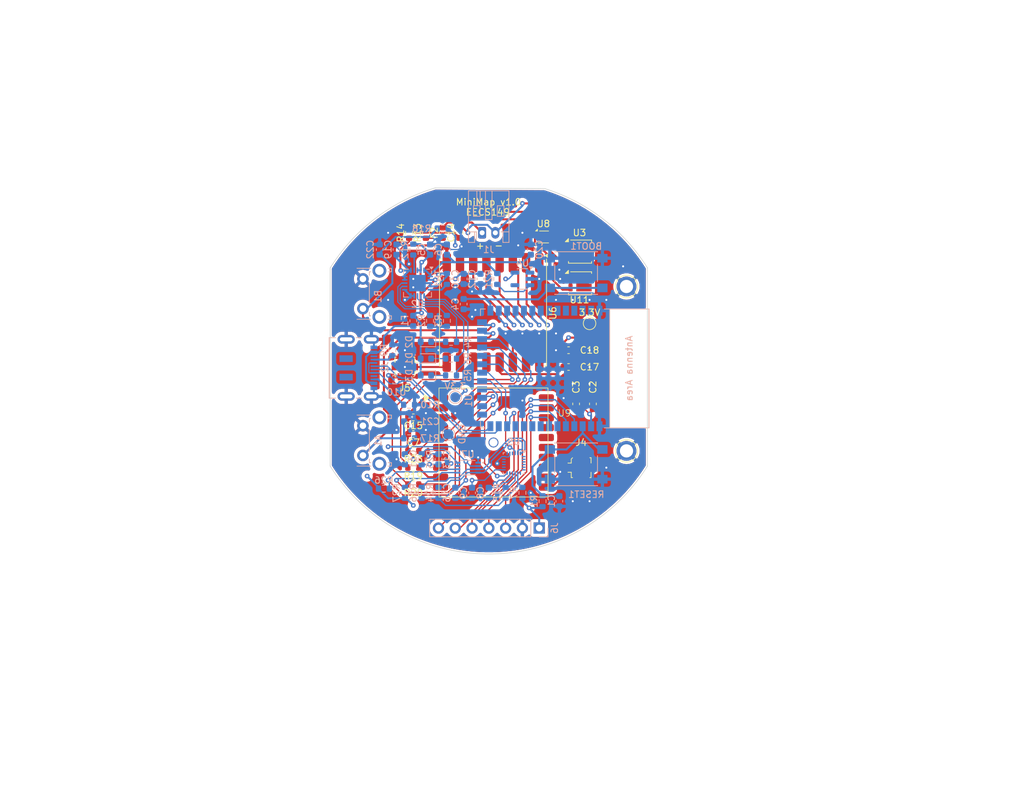
<source format=kicad_pcb>
(kicad_pcb (version 20240108) (generator "pcbnew") (generator_version "8.0")
  (layers (0 "F.Cu" signal) (1 "In1.Cu" power) (2 "In2.Cu" power) (31 "B.Cu" signal) (34 "B.Paste" user) (35 "F.Paste" user) (36 "B.SilkS" user "B.Silkscreen") (37 "F.SilkS" user "F.Silkscreen") (38 "B.Mask" user) (39 "F.Mask" user) (44 "Edge.Cuts" user))
  (net 0 "")
  (net 1 "Net-(U1-EN)")
  (net 2 "GND")
  (net 3 "+3.3V")
  (net 4 "Net-(U1-GPIO0)")
  (net 5 "VBUS")
  (net 6 "VSYS")
  (net 7 "Net-(U5-REGOUT)")
  (net 8 "+1.8V")
  (net 9 "Net-(U8-BAT)")
  (net 10 "Net-(J1-Pin_2)")
  (net 11 "VBATT")
  (net 12 "Net-(D1-K)")
  (net 13 "Net-(D2-K)")
  (net 14 "Net-(D3-K)")
  (net 15 "Net-(J1-Pin_1)")
  (net 16 "/D+")
  (net 18 "/D-")
  (net 19 "Net-(J2-CC1)")
  (net 20 "Net-(J2-CC2)")
  (net 22 "/LCD_SCL")
  (net 23 "/LCD_CS")
  (net 24 "/LCD_DC")
  (net 25 "/LCD_RST")
  (net 26 "/LCD_SDA")
  (net 27 "Net-(U2-PROG1)")
  (net 28 "Net-(U2-PROG3)")
  (net 29 "Net-(U2-STAT1{slash}~{LBO})")
  (net 30 "Net-(U2-~{PG})")
  (net 31 "Net-(U2-STAT2)")
  (net 32 "Net-(U7-EN)")
  (net 33 "Net-(U8-V-)")
  (net 34 "/GPS_TX")
  (net 35 "Net-(U9-TX0)")
  (net 36 "/GPS_RX")
  (net 37 "Net-(U9-RX0)")
  (net 38 "Net-(U4-EN)")
  (net 39 "/GPS_NRST")
  (net 40 "Net-(U2-THERM)")
  (net 53 "Net-(J4-In)")
  (net 54 "Net-(J5-In)")
  (net 56 "Net-(U2-CE)")
  (net 57 "/IMU_INT")
  (net 67 "/IMU_NCS")
  (net 72 "/IMU_SDA")
  (net 73 "/IMU_SCL")
  (net 74 "Net-(U3-G)")
  (net 75 "Net-(U11-D-Pad5)")
  (net 77 "/LORA_RESET")
  (net 79 "/LORA_MOSI")
  (net 80 "/LORA_MISO")
  (net 81 "/LORA_NSS")
  (net 84 "/LORA_INT")
  (net 85 "/LORA_SCK")
  (net 96 "/GPS_INT")
  (net 99 "Net-(U11-G)")
  (net 100 "/IMU_SCL_1.8")
  (net 101 "/IMU_SDA_1.8")
  (net 102 "/BUTTON_A")
  (net 103 "/BUTTON_B")
  (net 104 "Net-(F1-Pad1)")
  (footprint "Capacitor_SMD:C_0603_1608Metric" (layer "F.Cu") (at 112.065 100 180)
    (property "Reference" "C17")
    (property "Value" ".1uF")
  )
  (footprint "Capacitor_SMD:C_0603_1608Metric" (layer "F.Cu") (at 115.748 105.588 -90)
    (property "Reference" "C2")
    (property "Value" "1uF")
  )
  (footprint "TestPoint:TestPoint_Plated_Hole_D2.0mm" (layer "F.Cu") (at 120.828 87.808)
    (property "Reference" "TP1" (hide yes))
    (property "Value" "TestPoint")
  )
  (footprint "TestPoint:TestPoint_Pad_D1.5mm" (layer "F.Cu") (at 115.24 93.396)
    (property "Reference" "3.3V")
    (property "Value" "TestPoint")
  )
  (footprint "Connector_Coaxial:U.FL_Molex_MCRF_73412-0110_Vertical" (layer "F.Cu") (at 87.3 100 90)
    (property "Reference" "J5")
    (property "Value" "Conn_Coaxial")
  )
  (footprint "TestPoint:TestPoint_Plated_Hole_D2.0mm" (layer "F.Cu") (at 120.828 112.7)
    (property "Reference" "TP2" (hide yes))
    (property "Value" "TestPoint")
  )
  (footprint "Resistor_SMD:R_0603_1608Metric" (layer "F.Cu") (at 88.57 117.78)
    (property "Reference" "R20")
    (property "Value" "470")
  )
  (footprint "Package_SON:VSON-8_3.3x3.3mm_P0.65mm_NexFET" (layer "F.Cu") (at 113.8 82.5175)
    (property "Reference" "U3")
    (property "Value" "~")
  )
  (footprint "Resistor_SMD:R_0603_1608Metric" (layer "F.Cu") (at 88.57 115.24)
    (property "Reference" "R19")
    (property "Value" "470")
  )
  (footprint "Resistor_SMD:R_0603_1608Metric" (layer "F.Cu") (at 90.475 79.68 -90)
    (property "Reference" "R13")
    (property "Value" "2.2k")
  )
  (footprint "Capacitor_SMD:C_0603_1608Metric" (layer "F.Cu") (at 88.57 107.62 180)
    (property "Reference" "C15")
    (property "Value" "1uF")
  )
  (footprint "Capacitor_SMD:C_0603_1608Metric" (layer "F.Cu") (at 112.065 97.46 180)
    (property "Reference" "C18")
    (property "Value" "1uF")
  )
  (footprint "Library:CD-PA1616D" (layer "F.Cu") (at 100.7035 111.43)
    (property "Reference" "U9")
    (property "Value" "CD_PA1616")
  )
  (footprint "Resistor_SMD:R_0603_1608Metric" (layer "F.Cu") (at 87.935 79.68 90)
    (property "Reference" "R14")
    (property "Value" "330")
  )
  (footprint "Capacitor_SMD:C_0603_1608Metric" (layer "F.Cu") (at 88.57 110.16 180)
    (property "Reference" "C7")
    (property "Value" ".1uF")
  )
  (footprint "Resistor_SMD:R_0603_1608Metric" (layer "F.Cu") (at 88.57 112.7 180)
    (property "Reference" "R23")
    (property "Value" "10k")
  )
  (footprint "RF_Module:HOPERF_RFM9XW_SMD" (layer "F.Cu") (at 100.635 91.745 -90)
    (property "Reference" "U6")
    (property "Value" "RFM95W-915S2")
  )
  (footprint "Package_SON:VSON-8_3.3x3.3mm_P0.65mm_NexFET" (layer "F.Cu") (at 113.8 87.325)
    (property "Reference" "U11")
    (property "Value" "~")
  )
  (footprint "Connector_Coaxial:U.FL_Molex_MCRF_73412-0110_Vertical" (layer "F.Cu") (at 113.97 115.24 -90)
    (property "Reference" "J4")
    (property "Value" "Conn_Coaxial")
  )
  (footprint "Capacitor_SMD:C_0603_1608Metric" (layer "F.Cu") (at 95.555 79.68 90)
    (property "Reference" "C14")
    (property "Value" "0.1uF")
  )
  (footprint "Fuse:Fuse_0603_1608Metric" (layer "F.Cu") (at 93.015 79.68 -90)
    (property "Reference" "F2")
    (property "Value" "Fuse_Small")
  )
  (footprint "Capacitor_SMD:C_0603_1608Metric" (layer "F.Cu") (at 113.208 105.588 -90)
    (property "Reference" "C3")
    (property "Value" ".1uF")
  )
  (footprint "Package_SON:WSON-6_1.5x1.5mm_P0.5mm" (layer "F.Cu") (at 108.255 80.315)
    (property "Reference" "U8")
    (property "Value" "BQ297xy")
  )
  (footprint "Resistor_SMD:R_0603_1608Metric" (layer "B.Cu") (at 93.015 79.045 180)
    (property "Reference" "R18")
    (property "Value" "10k")
  )
  (footprint "Resistor_SMD:R_0603_1608Metric" (layer "B.Cu") (at 94.285 96.19)
    (property "Reference" "R4")
    (property "Value" "470")
  )
  (footprint "Resistor_SMD:R_0603_1608Metric" (layer "B.Cu") (at 84.125 118.415)
    (property "Reference" "R26")
    (property "Value" "10k")
  )
  (footprint "Resistor_SMD:R_0603_1608Metric" (layer "B.Cu") (at 93.65 93.015 -90)
    (property "Reference" "R3")
    (property "Value" "20k")
  )
  (footprint "LED_SMD:LED_0603_1608Metric" (layer "B.Cu") (at 90.475 98.73 180)
    (property "Reference" "D1")
    (property "Value" "LED")
  )
  (footprint "Capacitor_SMD:C_0603_1608Metric" (layer "B.Cu") (at 96.19 90.475 -90)
    (property "Reference" "C4")
    (property "Value" ".1uF")
  )
  (footprint "Capacitor_SMD:C_0603_1608Metric" (layer "B.Cu") (at 93.65 82.22 90)
    (property "Reference" "C6")
    (property "Value" "4.7uF")
  )
  (footprint "Capacitor_SMD:C_0603_1608Metric" (layer "B.Cu") (at 91.11 82.22 90)
    (property "Reference" "C5")
    (property "Value" "10uF")
  )
  (footprint "Capacitor_SMD:C_0603_1608Metric" (layer "B.Cu") (at 83.49 82.22 -90)
    (property "Reference" "C22")
    (property "Value" ".1uF")
  )
  (footprint "Resistor_SMD:R_0603_1608Metric" (layer "B.Cu") (at 92.38 119.05 90)
    (property "Reference" "R24")
    (property "Value" "10k")
  )
  (footprint "Capacitor_SMD:C_0603_1608Metric" (layer "B.Cu") (at 98.73 86.665 90)
    (property "Reference" "C12")
    (property "Value" "1uF")
  )
  (footprint "Resistor_SMD:R_0603_1608Metric" (layer "B.Cu") (at 105.08 119.05 90)
    (property "Reference" "R7")
    (property "Value" "1k")
  )
  (footprint "Capacitor_SMD:C_0603_1608Metric" (layer "B.Cu") (at 92.38 113.97 -90)
    (property "Reference" "C13")
    (property "Value" ".1uF")
  )
  (footprint "Resistor_SMD:R_0603_1608Metric" (layer "B.Cu") (at 88.57 82.22 90)
    (property "Reference" "R12")
    (property "Value" "10k")
  )
  (footprint "Resistor_SMD:R_0603_1608Metric" (layer "B.Cu") (at 87.935 105.715)
    (property "Reference" "R10")
    (property "Value" "5.1k")
  )
  (footprint "TestPoint:TestPoint_Pad_D1.5mm" (layer "B.Cu") (at 94.92 104.572 180)
    (property "Reference" "3.3V")
    (property "Value" "TestPoint")
  )
  (footprint "Resistor_SMD:R_0603_1608Metric" (layer "B.Cu") (at 85.395 97.46 90)
    (property "Reference" "R9")
    (property "Value" "5.1k")
  )
  (footprint "Capacitor_SMD:C_0603_1608Metric" (layer "B.Cu") (at 106.35 82.22 -90)
    (property "Reference" "C20")
    (property "Value" "1uF")
  )
  (footprint "Package_SO:VSSOP-8_2.3x2mm_P0.5mm" (layer "B.Cu") (at 96.825 115.24 180)
    (property "Reference" "U7")
    (property "Value" "PCA9306DC")
  )
  (footprint "Resistor_SMD:R_0603_1608Metric" (layer "B.Cu") (at 89.84 119.05 90)
    (property "Reference" "R16")
    (property "Value" "10k")
  )
  (footprint "Capacitor_SMD:C_0603_1608Metric" (layer "B.Cu") (at 96.19 86.665 90)
    (property "Reference" "C10")
    (property "Value" ".1uF")
  )
  (footprint "Capacitor_SMD:C_0603_1608Metric" (layer "B.Cu") (at 94.92 119.05 90)
    (property "Reference" "C16")
    (property "Value" ".1uF")
  )
  (footprint "Fuse:Fuse_0603_1608Metric" (layer "B.Cu") (at 88.57 93.015 90)
    (property "Reference" "F1")
    (property "Value" "Fuse_Small")
  )
  (footprint "Resistor_SMD:R_0603_1608Metric" (layer "B.Cu") (at 87.935 110.795 180)
    (property "Reference" "R17")
    (property "Value" "10k")
  )
  (footprint "Capacitor_SMD:C_0603_1608Metric" (layer "B.Cu") (at 87.935 108.255 180)
    (property "Reference" "C21")
    (property "Value" ".1uF")
  )
  (footprint "Capacitor_SMD:C_0603_1608Metric" (layer "B.Cu") (at 86.03 82.22 90)
    (property "Reference" "C19")
    (property "Value" "4.7uF")
  )
  (footprint "Button_Switch_THT:SW_Tactile_SPST_Angled_PTS645Vx83-2LFS" (layer "B.Cu") (at 80.95 108.89 -90)
    (property "Reference" "A1")
    (property "Value" "Switch")
  )
  (footprint "LED_SMD:LED_0603_1608Metric" (layer "B.Cu") (at 90.475 101.27 180)
    (property "Reference" "D3")
    (property "Value" "LED")
  )
  (footprint "Capacitor_SMD:C_0603_1608Metric" (layer "B.Cu") (at 100 119.05 90)
    (property "Reference" "C8")
    (property "Value" ".1uF")
  )
  (footprint "Resistor_SMD:R_0603_1608Metric" (layer "B.Cu") (at 87.3 119.05 90)
    (property "Reference" "R27")
    (property "Value" "10k")
  )
  (footprint "Capacitor_SMD:C_0603_1608Metric" (layer "B.Cu") (at 110.668 120.32 90)
    (property "Reference" "C1")
    (property "Value" ".1uF")
  )
  (footprint "Resistor_SMD:R_0603_1608Metric" (layer "B.Cu") (at 94.285 101.27)
    (property "Reference" "R5")
    (property "Value" "470")
  )
  (footprint "Sensor_Motion:InvenSense_QFN-24_3x3mm_P0.4mm" (layer "B.Cu") (at 103.775 114.57 180)
    (property "Reference" "U5")
    (property "Value" "ICM-20948")
  )
  (footprint "Connector_PinHeader_2.54mm:PinHeader_1x07_P2.54mm_Vertical" (layer "B.Cu") (at 107.62 124.384 90)
    (property "Reference" "J6")
    (property "Value" "Conn_01x07_Pin")
  )
  (footprint "Resistor_SMD:R_0603_1608Metric" (layer "B.Cu") (at 91.11 93.015 90)
    (property "Reference" "R2")
    (property "Value" "10k")
  )
  (footprint "Connector_JST:JST_PH_S2B-PH-K_1x02_P2.00mm_Horizontal" (layer "B.Cu") (at 98.984 79.68)
    (property "Reference" "J1")
    (property "Value" "Conn_Batt")
  )
  (footprint "Button_Switch_SMD:SW_Push_1P1T_NO_6x6mm_H9.5mm" (layer "B.Cu") (at 113.208 114.732)
    (property "Reference" "RESET1")
    (property "Value" "Reset")
  )
  (footprint "Capacitor_SMD:C_0603_1608Metric" (layer "B.Cu") (at 87.3 113.97 90)
    (property "Reference" "C11")
    (property "Value" ".1uF")
  )
  (footprint "Button_Switch_THT:SW_Tactile_SPST_Angled_PTS645Vx83-2LFS" (layer "B.Cu") (at 80.95 86.665 -90)
    (property "Reference" "B1")
    (property "Value" "Switch")
  )
  (footprint "LED_SMD:LED_0603_1608Metric" (layer "B.Cu") (at 90.475 96.19 180)
    (property "Reference" "D2")
    (property "Value" "LED")
  )
  (footprint "Resistor_SMD:R_0603_1608Metric" (layer "B.Cu") (at 93.65 86.665 90)
    (property "Reference" "TH1")
    (property "Value" "10k")
  )
  (footprint "Connector_USB:USB_C_Receptacle_JAE_DX07S016JA1R1500" (layer "B.Cu") (at 79.56 100.13 90)
    (property "Reference" "J2")
    (property "Value" "USB_C_Receptacle_USB2.0")
  )
  (footprint "Resistor_SMD:R_0603_1608Metric" (layer "B.Cu") (at 102.54 119.05 90)
    (property "Reference" "R15")
    (property "Value" "1.2k")
  )
  (footprint "Capacitor_SMD:C_0603_1608Metric" (layer "B.Cu") (at 97.46 119.05 90)
    (property "Reference" "C9")
    (property "Value" ".1uF")
  )
  (footprint "Package_DFN_QFN:QFN-20-1EP_4x4mm_P0.5mm_EP2.5x2.5mm" (layer "B.Cu") (at 89.205 87.3 180)
    (property "Reference" "U2")
    (property "Value" "MCP73871-1CC")
  )
  (footprint "Button_Switch_SMD:SW_Push_1P1T_NO_6x6mm_H9.5mm" (layer "B.Cu") (at 113.208 85.776)
    (property "Reference" "BOOT1")
    (property "Value" "Boot")
  )
  (footprint "Package_TO_SOT_SMD:Texas_DRT-3" (layer "B.Cu") (at 86.03 101.905 -90)
    (property "Reference" "U10")
    (property "Value" "TPD2EUSB30")
  )
  (footprint "Resistor_SMD:R_0603_1608Metric" (layer "B.Cu") (at 108.128 120.32 90)
    (property "Reference" "R1")
    (property "Value" "10k")
  )
  (footprint "Resistor_SMD:R_0603_1608Metric" (layer "B.Cu") (at 101.27 86.665 90)
    (property "Reference" "R21")
    (property "Value" "10K")
  )
  (footprint "Resistor_SMD:R_0603_1608Metric" (layer "B.Cu") (at 94.285 98.73)
    (property "Reference" "R6")
    (property "Value" "470")
  )
  (footprint "TestPoint:TestPoint_Pad_D1.5mm" (layer "B.Cu") (at 93.904 110.16 180)
    (property "Reference" "GND")
    (property "Value" "TestPoint")
  )
  (footprint "Resistor_SMD:R_0603_1608Metric" (layer "B.Cu") (at 89.84 113.97 90)
    (property "Reference" "R25")
    (property "Value" "200k")
  )
  (footprint "Package_TO_SOT_SMD:SOT-23-5" (layer "B.Cu") (at 105.08 86.665 180)
    (property "Reference" "U4")
    (property "Value" "AP2127K-3.3")
  )
  (footprint "PCM_Espressif:ESP32-S2-SOLO" (layer "B.Cu") (at 108.48 100.22 90)
    (property "Reference" "U1")
    (property "Value" "ESP32-S2-SOLO")
  )
  (gr_arc (start 76 85) (mid 82.830916 77.50061) (end 91.867497 72.891655) (stroke (width 0.1)) (layer "Edge.Cuts"))
  (gr_arc (start 108.441762 72.986362) (mid 117.297365 77.599082) (end 124 85) (stroke (width 0.1)) (layer "Edge.Cuts"))
  (gr_line (start 91.867497 72.891655) (end 108.441762 72.986362) (stroke (width 0.1)) (layer "Edge.Cuts"))
  (gr_arc (start 124 115) (mid 100 128.301943) (end 76 115) (stroke (width 0.1)) (layer "Edge.Cuts"))
  (gr_line (start 76 85) (end 76 115) (stroke (width 0.1)) (layer "Edge.Cuts"))
  (gr_line (start 124 85) (end 124 115) (stroke (width 0.1)) (layer "Edge.Cuts"))
  (gr_text "EECS149" (at 96.444 77.14 0) (layer "F.SilkS") (effects (font (size 1 1)) (justify left bottom)))
  (gr_text "+" (at 97.968 82.22 0) (layer "F.SilkS") (effects (font (size 1 1)) (justify left bottom)))
  (gr_text "_" (at 101.016 81.712 0) (layer "F.SilkS") (effects (font (size 1 1)) (justify left bottom)))
  (gr_text "MiniMap v1.0" (at 94.92 75.616 0) (layer "F.SilkS") (effects (font (size 1 1)) (justify left bottom)))
  (segment (start 116.6572 112.482) (end 114.2 110.0248) (width 0.3048) (layer "B.Cu") (net 1))
  (segment (start 109.233 112.482) (end 111.7428 112.482) (width 0.3048) (layer "B.Cu") (net 1))
  (segment (start 117.183 112.482) (end 116.6572 112.482) (width 0.3048) (layer "B.Cu") (net 1))
  (segment (start 106.604 117.971) (end 106.604 115.111) (width 0.3048) (layer "B.Cu") (net 1))
  (segment (start 114.2 110.0248) (end 114.2 108.97) (width 0.3048) (layer "B.Cu") (net 1))
  (segment (start 106.604 115.111) (end 109.233 112.482) (width 0.3048) (layer "B.Cu") (net 1))
  (segment (start 111.7428 112.482) (end 114.2 110.0248) (width 0.3048) (layer "B.Cu") (net 1))
  (segment (start 110.668 119.545) (end 108.178 119.545) (width 0.3048) (layer "B.Cu") (net 1))
  (segment (start 108.178 119.545) (end 108.128 119.495) (width 0.3048) (layer "B.Cu") (net 1))
  (segment (start 108.128 119.495) (end 106.604 117.971) (width 0.3048) (layer "B.Cu") (net 1))
  (segment (start 92.38 85.475) (end 93.635 84.22) (width 0.3048) (layer "F.Cu") (net 2))
  (segment (start 110.668 85.268) (end 111.273 85.268) (width 0.3048) (layer "F.Cu") (net 2))
  (segment (start 109.8465 106.18) (end 108.7035 106.18) (width 0.2032) (layer "F.Cu") (net 2))
  (segment (start 107.635 86.65) (end 107.635 84.22) (width 0.3048) (layer "F.Cu") (net 2))
  (segment (start 92.38 97.46) (end 95.3 97.46) (width 0.2032) (layer "F.Cu") (net 2))
  (segment (start 90.475 109.525) (end 89.345 110.655) (width 0.3048) (layer "F.Cu") (net 2))
  (segment (start 90.475 109.525) (end 89.345 108.395) (width 0.3048) (layer "F.Cu") (net 2))
  (segment (start 111.273 85.268) (end 112.36 86.355) (width 0.3048) (layer "F.Cu") (net 2))
  (segment (start 112.36 86.355) (end 112.36 86.995) (width 0.3048) (layer "F.Cu") (net 2))
  (segment (start 94.225 107.68) (end 94.92 106.985) (width 0.3048) (layer "F.Cu") (net 2))
  (segment (start 85.8 100) (end 87.3 100) (width 0.2032) (layer "F.Cu") (net 2))
  (segment (start 107.62 86.665) (end 107.635 86.65) (width 0.3048) (layer "F.Cu") (net 2))
  (segment (start 89.345 108.395) (end 89.345 107.62) (width 0.3048) (layer "F.Cu") (net 2))
  (segment (start 91.699868 80.505) (end 91.817434 80.387434) (width 0.2032) (layer "F.Cu") (net 2))
  (segment (start 92.7035 115.18) (end 93.2785 114.605) (width 0.2032) (layer "F.Cu") (net 2))
  (segment (start 90.475 80.505) (end 91.699868 80.505) (width 0.2032) (layer "F.Cu") (net 2))
  (segment (start 111.31525 104.71125) (end 109.8465 106.18) (width 0.2032) (layer "F.Cu") (net 2))
  (segment (start 92.38 86.03) (end 92.38 85.475) (width 0.3048) (layer "F.Cu") (net 2))
  (segment (start 112.36 87.655) (end 112.36 86.995) (width 0.3048) (layer "F.Cu") (net 2))
  (segment (start 109.99 116.68) (end 110.795 115.875) (width 0.2032) (layer "F.Cu") (net 2))
  (segment (start 95.635 97.795) (end 95.635 99.27) (width 0.2032) (layer "F.Cu") (net 2))
  (segment (start 92.7035 107.68) (end 94.225 107.68) (width 0.3048) (layer "F.Cu") (net 2))
  (segment (start 95.3 97.46) (end 95.635 97.795) (width 0.2032) (layer "F.Cu") (net 2))
  (segment (start 108.7035 116.68) (end 109.99 116.68) (width 0.2032) (layer "F.Cu") (net 2))
  (segment (start 93.2785 114.605) (end 94.285 114.605) (width 0.2032) (layer "F.Cu") (net 2))
  (via (at 96.19 119.685) (size 0.7112) (drill 0.3048) (layers "F.Cu" "B.Cu") (net 2))
  (via (at 97.968 91.364) (size 0.7112) (drill 0.3048) (layers "F.Cu" "B.Cu") (net 2))
  (via (at 110.795 86.665) (size 0.7112) (drill 0.3048) (layers "F.Cu" "B.Cu") (net 2))
  (via (at 112.7 89.84) (size 0.7112) (drill 0.3048) (layers "F.Cu" "B.Cu") (net 2))
  (via (at 98.382487 113.682513) (size 0.7112) (drill 0.3048) (layers "F.Cu" "B.Cu") (net 2))
  (via (at 92.38 86.03) (size 0.7112) (drill 0.3048) (layers "F.Cu" "B.Cu") (net 2))
  (via (at 84.76 79.68) (size 0.7112) (drill 0.3048) (layers "F.Cu" "B.Cu") (net 2))
  (via (at 88.57 86.665) (size 0.7112) (drill 0.3048) (layers "F.Cu" "B.Cu") (net 2))
  (via (at 97.46 112.7) (size 0.7112) (drill 0.3048) (layers "F.Cu" "B.Cu") (net 2))
  (via (at 84.76 89.84) (size 0.7112) (drill 0.3048) (layers "F.Cu" "B.Cu") (net 2))
  (via (at 115.24 89.84) (size 0.7112) (drill 0.3048) (layers "F.Cu" "B.Cu") (net 2))
  (via (at 105.08 105.08) (size 0.7112) (drill 0.3048) (layers "F.Cu" "B.Cu") (net 2))
  (via (at 110.16 94.92) (size 0.7112) (drill 0.3048) (layers "F.Cu" "B.Cu") (net 2))
  (via (at 117.78 115.24) (size 0.7112) (drill 0.3048) (layers "F.Cu" "B.Cu") (net 2))
  (via (at 95.877662 81.747532) (size 0.7112) (drill 0.3048) (layers "F.Cu" "B.Cu") (net 2))
  (via (at 117.78 89.84) (size 0.7112) (drill 0.3048) (layers "F.Cu" "B.Cu") (net 2))
  (via (at 86.03 109.525) (size 0.7112) (drill 0.3048) (layers "F.Cu" "B.Cu") (net 2))
  (via (at 115.24 102.54) (size 0.7112) (drill 0.3048) (layers "F.Cu" "B.Cu") (net 2))
  (via (at 110.16 97.46) (size 0.7112) (drill 0.3048) (layers "F.Cu" "B.Cu") (net 2))
  (via (at 120.32 84.76) (size 0.7112) (drill 0.3048) (layers "F.Cu" "B.Cu") (net 2))
  (via (at 86.03 113.97) (size 0.7112) (drill 0.3048) (layers "F.Cu" "B.Cu") (net 2))
  (via (at 110.795 115.875) (size 0.7112) (drill 0.3048) (layers "F.Cu" "B.Cu") (net 2))
  (via (at 115.24 120.32) (size 0.7112) (drill 0.3048) (layers "F.Cu" "B.Cu") (net 2))
  (via (at 87.3 100) (size 0.7112) (drill 0.3048) (layers "F.Cu" "B.Cu") (net 2))
  (via (at 87.3 97.46) (size 0.7112) (drill 0.3048) (layers "F.Cu" "B.Cu") (net 2))
  (via (at 110.16 89.84) (size 0.7112) (drill 0.3048) (layers "F.Cu" "B.Cu") (net 2))
  (via (at 97.46 92.38) (size 0.7112) (drill 0.3048) (layers "F.Cu" "B.Cu") (net 2))
  (via (at 110.668 85.268) (size 0.7112) (drill 0.3048) (layers "F.Cu" "B.Cu") (net 2))
  (via (at 94.92 106.985) (size 0.7112) (drill 0.3048) (layers "F.Cu" "B.Cu") (net 2))
  (via (at 94.285 114.605) (size 0.7112) (drill 0.3048) (layers "F.Cu" "B.Cu") (net 2))
  (via (at 102.54 94.92) (size 0.7112) (drill 0.3048) (layers "F.Cu" "B.Cu") (net 2))
  (via (at 106.35 119.05) (size 0.7112) (drill 0.3048) (layers "F.Cu" "B.Cu") (net 2))
  (via (at 94.92 87.935) (size 0.7112) (drill 0.3048) (layers "F.Cu" "B.Cu") (net 2))
  (via (at 98.73 119.685) (size 0.7112) (drill 0.3048) (layers "F.Cu" "B.Cu") (net 2))
  (via (at 105.08 94.92) (size 0.7112) (drill 0.3048) (layers "F.Cu" "B.Cu") (net 2))
  (via (at 115.24 100) (size 0.7112) (drill 0.3048) (layers "F.Cu" "B.Cu") (net 2))
  (via (at 112.7 120.32) (size 0.7112) (drill 0.3048) (layers "F.Cu" "B.Cu") (net 2))
  (via (at 90.828381 113.517882) (size 0.7112) (drill 0.3048) (layers "F.Cu" "B.Cu") (net 2))
  (via (at 87.3 89.84) (size 0.7112) (drill 0.3048) (layers "F.Cu" "B.Cu") (net 2))
  (via (at 107.62 86.665) (size 0.7112) (drill 0.3048) (layers "F.Cu" "B.Cu") (net 2))
  (via (at 84.8108 101.27) (size 0.7112) (drill 0.3048) (layers "F.Cu" "B.Cu") (net 2))
  (via (at 92.38 97.46) (size 0.7112) (drill 0.3048) (layers "F.Cu" "B.Cu") (net 2))
  (via (at 104.445 81.585) (size 0.7112) (drill 0.3048) (layers "F.Cu" "B.Cu") (net 2))
  (via (at 90.475 109.525) (size 0.7112) (drill 0.3048) (layers "F.Cu" "B.Cu") (net 2))
  (via (at 92.38 93.65) (size 0.7112) (drill 0.3048) (layers "F.Cu" "B.Cu") (net 2))
  (via (at 87.916732 84.406864) (size 0.7112) (drill 0.3048) (layers "F.Cu" "B.Cu") (net 2))
  (via (at 94.92 89.84) (size 0.7112) (drill 0.3048) (layers "F.Cu" "B.Cu") (net 2))
  (via (at 97.46 88.57) (size 0.7112) (drill 0.3048) (layers "F.Cu" "B.Cu") (net 2))
  (via (at 112.7 102.54) (size 0.7112) (drill 0.3048) (layers "F.Cu" "B.Cu") (net 2))
  (via (at 88.57 87.935) (size 0.7112) (drill 0.3048) (layers "F.Cu" "B.Cu") (net 2))
  (via (at 115.24 97.46) (size 0.7112) (drill 0.3048) (layers "F.Cu" "B.Cu") (net 2))
  (via (at 101.27 114.605) (size 0.7112) (drill 0.3048) (layers "F.Cu" "B.Cu") (net 2))
  (via (at 111.31525 104.71125) (size 0.7112) (drill 0.3048) (layers "F.Cu" "B.Cu") (net 2))
  (via (at 87.3 92.38) (size 0.7112) (drill 0.3048) (layers "F.Cu" "B.Cu") (net 2))
  (via (at 91.817434 80.387434) (size 0.7112) (drill 0.3048) (layers "F.Cu" "B.Cu") (net 2))
  (via (at 107.62 94.92) (size 0.7112) (drill 0.3048) (layers "F.Cu" "B.Cu") (net 2))
  (via (at 100.938477 117.6527) (size 0.7112) (drill 0.3048) (layers "F.Cu" "B.Cu") (net 2))
  (via (at 90.475 106.985) (size 0.7112) (drill 0.3048) (layers "F.Cu" "B.Cu") (net 2))
  (via (at 105.08 79.68) (size 0.7112) (drill 0.3048) (layers "F.Cu" "B.Cu") (net 2))
  (segment (start 96.19 87.44) (end 95.415 87.44) (width 0.2032) (layer "B.Cu") (net 2))
  (segment (start 92.19 93.84) (end 91.11 93.84) (width 0.3048) (layer "B.Cu") (net 2))
  (segment (start 86.805 114.745) (end 86.03 113.97) (width 0.3048) (layer "B.Cu") (net 2))
  (segment (start 86.7717 82.5742) (end 86.7717 82.560096) (width 0.1778) (layer "B.Cu") (net 2))
  (segment (start 88.57 106.985) (end 88.005 107.55) (width 0.3048) (layer "B.Cu") (net 2))
  (segment (start 87.8283 84.318432) (end 87.8283 83.6308) (width 0.1778) (layer "B.Cu") (net 2))
  (segment (start 92.38 93.65) (end 92.57 93.84) (width 0.3048) (layer "B.Cu") (net 2))
  (segment (start 86.17 81.9725) (end 86.17 81.585) (width 0.1778) (layer "B.Cu") (net 2))
  (segment (start 102.550732 113.57) (end 102.275 113.57) (width 0.1778) (layer "B.Cu") (net 2))
  (segment (start 86.489904 82.2783) (end 86.4758 82.2783) (width 0.1778) (layer "B.Cu") (net 2))
  (segment (start 84.8108 101.27) (end 84.97 101.27) (width 0.2032) (layer "B.Cu") (net 2))
  (segment (start 103.175 113.07) (end 103.175 113.394268) (width 0.1778) (layer "B.Cu") (net 2))
  (segment (start 92.875 81.445) (end 93.65 81.445) (width 0.1778) (layer "B.Cu") (net 2))
  (segment (start 93.65 81.445) (end 93.65 81.585) (width 0.1778) (layer "B.Cu") (net 2))
  (segment (start 90.828381 113.517882) (end 91.151263 113.195) (width 0.3048) (layer "B.Cu") (net 2))
  (segment (start 88.705 89.2375) (end 88.205 89.2375) (width 0.3048) (layer "B.Cu") (net 2))
  (segment (start 103.175 116.412228) (end 102.491114 117.096114) (width 0.2032) (layer "B.Cu") (net 2))
  (segment (start 88.005 107.55) (end 88.76 106.795) (width 0.3048) (layer "B.Cu") (net 2))
  (segment (start 87.916732 84.406864) (end 87.8283 84.318432) (width 0.1778) (layer "B.Cu") (net 2))
  (segment (start 88.005 107.55) (end 88.71 108.255) (width 0.3048) (layer "B.Cu") (net 2))
  (segment (start 101.27 114.250732) (end 101.950732 113.57) (width 0.1778) (layer "B.Cu") (net 2))
  (segment (start 101.27 114.605) (end 101.27 114.250732) (width 0.1778) (layer "B.Cu") (net 2))
  (segment (start 86.4758 82.2783) (end 86.17 81.9725) (width 0.1778) (layer "B.Cu") (net 2))
  (segment (start 93.269 109.525) (end 93.904 110.16) (width 0.3048) (layer "B.Cu") (net 2))
  (segment (start 86.7717 82.560096) (end 86.489904 82.2783) (width 0.1778) (layer "B.Cu") (net 2))
  (segment (start 91.817434 80.387434) (end 92.875 81.445) (width 0.1778) (layer "B.Cu") (net 2))
  (segment (start 102.592432 113.6117) (end 102.550732 113.57) (width 0.1778) (layer "B.Cu") (net 2))
  (segment (start 88.76 106.795) (end 88.76 105.715) (width 0.3048) (layer "B.Cu") (net 2))
  (segment (start 82.61 103.23) (end 82.61 104.075) (width 0.3048) (layer "B.Cu") (net 2))
  (segment (start 102.54 118.415) (end 101.27 119.685) (width 0.1778) (layer "B.Cu") (net 2))
  (segment (start 92.38 93.65) (end 92.19 93.84) (width 0.3048) (layer "B.Cu") (net 2))
  (segment (start 90.475 106.985) (end 88.57 106.985) (width 0.3048) (layer "B.Cu") (net 2))
  (segment (start 103.175 113.394268) (end 102.957568 113.6117) (width 0.1778) (layer "B.Cu") (net 2))
  (segment (start 92.109642 87.8) (end 93.65 86.259642) (width 0.3048) (layer "B.Cu") (net 2))
  (segment (start 101.27 119.685) (end 100.14 119.685) (width 0.1778) (layer "B.Cu") (net 2))
  (segment (start 88.205 89.2375) (end 87.2675 88.3) (width 0.3048) (layer "B.Cu") (net 2))
  (segment (start 92.57 93.84) (end 93.65 93.84) (width 0.3048) (layer "B.Cu") (net 2))
  (segment (start 91.1425 87.8) (end 92.109642 87.8) (width 0.3048) (layer "B.Cu") (net 2))
  (segment (start 91.151263 113.195) (end 92.38 113.195) (width 0.3048) (layer "B.Cu") (net 2))
  (segment (start 87.8283 83.6308) (end 86.7717 82.5742) (width 0.1778) (layer "B.Cu") (net 2))
  (segment (start 92.57 85.84) (end 92.38 86.03) (width 0.3048) (layer "B.Cu") (net 2))
  (segment (start 106.2175 86.665) (end 107.62 86.665) (width 0.3048) (layer "B.Cu") (net 2))
  (segment (start 91.817434 80.387434) (end 91.817434 80.737566) (width 0.1778) (layer "B.Cu") (net 2))
  (segment (start 101.025326 117.6527) (end 101.545726 117.1323) (width 0.2032) (layer "B.Cu") (net 2))
  (segment (start 96.19 91.25) (end 97.854 91.25) (width 0.2032) (layer "B.Cu") (net 2))
  (segment (start 101.545726 117.1323) (end 102.454928 117.1323) (width 0.2032) (layer "B.Cu") (net 2))
  (segment (start 94.2723 82.2073) (end 95.417894 82.2073) (width 0.1778) (layer "B.Cu") (net 2))
  (segment (start 97.854 91.25) (end 97.968 91.364) (width 0.2032) (layer "B.Cu") (net 2))
  (segment (start 90.475 109.525) (end 93.269 109.525) (width 0.3048) (layer "B.Cu") (net 2))
  (segment (start 95.415 87.44) (end 94.92 87.935) (width 0.2032) (layer "B.Cu") (net 2))
  (segment (start 87.3 114.745) (end 86.805 114.745) (width 0.3048) (layer "B.Cu") (net 2))
  (segment (start 103.975 116.07) (end 103.975 117.2025) (width 0.1778) (layer "B.Cu") (net 2))
  (segment (start 102.9525 118.225) (end 102.54 118.225) (width 0.1778) (layer "B.Cu") (net 2))
  (segment (start 98.382487 113.682513) (end 98.382487 114.482513) (width 0.2032) (layer "B.Cu") (net 2))
  (segment (start 103.975 117.2025) (end 102.9525 118.225) (width 0.1778) (layer "B.Cu") (net 2))
  (segment (start 101.950732 113.57) (end 102.275 113.57) (width 0.1778) (layer "B.Cu") (net 2))
  (segment (start 100.938477 117.6527) (end 101.025326 117.6527) (width 0.2032) (layer "B.Cu") (net 2))
  (segment (start 88.205 89.2375) (end 87.6025 89.84) (width 0.3048) (layer "B.Cu") (net 2))
  (segment (start 97.46 119.825) (end 100 119.825) (width 0.3048) (layer "B.Cu") (net 2))
  (segment (start 102.957568 113.6117) (end 102.592432 113.6117) (width 0.1778) (layer "B.Cu") (net 2))
  (segment (start 87.6025 89.84) (end 87.3 89.84) (width 0.3048) (layer "B.Cu") (net 2))
  (segment (start 84.97 101.27) (end 85.605 101.905) (width 0.2032) (layer "B.Cu") (net 2))
  (segment (start 97.46 119.825) (end 98.59 119.825) (width 0.3048) (layer "B.Cu") (net 2))
  (segment (start 91.817434 80.737566) (end 91.11 81.445) (width 0.1778) (layer "B.Cu") (net 2))
  (segment (start 82.61 97.03) (end 82.61 96.185) (width 0.3048) (layer "B.Cu") (net 2))
  (segment (start 93.65 85.84) (end 92.57 85.84) (width 0.3048) (layer "B.Cu") (net 2))
  (segment (start 93.65 86.259642) (end 93.65 85.84) (width 0.3048) (layer "B.Cu") (net 2))
  (segment (start 95.417894 82.2073) (end 95.877662 81.747532) (width 0.1778) (layer "B.Cu") (net 2))
  (segment (start 103.175 116.07) (end 103.175 116.412228) (width 0.2032) (layer "B.Cu") (net 2))
  (segment (start 91.1425 87.3) (end 91.1425 87.8) (width 0.3048) (layer "B.Cu") (net 2))
  (segment (start 93.65 81.585) (end 94.2723 82.2073) (width 0.1778) (layer "B.Cu") (net 2))
  (segment (start 98.59 119.825) (end 98.73 119.685) (width 0.3048) (layer "B.Cu") (net 2))
  (segment (start 91.1425 87.3) (end 89.205 87.3) (width 0.3048) (layer "B.Cu") (net 2))
  (segment (start 101.9652 101.0752) (end 101.635 100.745) (width 0.3048) (layer "F.Cu") (net 3))
  (segment (start 87.795 107.125) (end 90.24 104.68) (width 0.3048) (layer "F.Cu") (net 3))
  (segment (start 111.29 97.46) (end 111.29 96.33) (width 0.3048) (layer "F.Cu") (net 3))
  (segment (start 113.081 95.555) (end 112.065 95.555) (width 0.3048) (layer "F.Cu") (net 3))
  (segment (start 90.24 104.68) (end 92.7035 104.68) (width 0.3048) (layer "F.Cu") (net 3))
  (segment (start 101.635 100.745) (end 101.635 99.27) (width 0.3048) (layer "F.Cu") (net 3))
  (segment (start 87.795 110.16) (end 87.795 107.62) (width 0.3048) (layer "F.Cu") (net 3))
  (segment (start 88.57 113.525) (end 87.745 112.7) (width 0.3048) (layer "F.Cu") (net 3))
  (segment (start 111.29 100) (end 110.2148 101.0752) (width 0.3048) (layer "F.Cu") (net 3))
  (segment (start 114.491 106.363) (end 115.24 107.112) (width 0.2032) (layer "F.Cu") (net 3))
  (segment (start 88.57 113.97) (end 88.57 113.525) (width 0.3048) (layer "F.Cu") (net 3))
  (segment (start 87.795 107.62) (end 87.795 107.125) (width 0.3048) (layer "F.Cu") (net 3))
  (segment (start 115.24 93.396) (end 113.081 95.555) (width 0.3048) (layer "F.Cu") (net 3))
  (segment (start 87.745 112.7) (end 87.745 110.21) (width 0.3048) (layer "F.Cu") (net 3))
  (segment (start 87.745 110.21) (end 87.795 110.16) (width 0.3048) (layer "F.Cu") (net 3))
  (segment (start 115.748 106.363) (end 115.748 106.604) (width 0.2032) (layer "F.Cu") (net 3))
  (segment (start 111.29 96.33) (end 112.065 95.555) (width 0.3048) (layer "F.Cu") (net 3))
  (segment (start 115.748 106.604) (end 115.24 107.112) (width 0.2032) (layer "F.Cu") (net 3))
  (segment (start 110.2148 101.0752) (end 101.9652 101.0752) (width 0.3048) (layer "F.Cu") (net 3))
  (segment (start 113.208 106.363) (end 114.491 106.363) (width 0.2032) (layer "F.Cu") (net 3))
  (segment (start 111.29 97.46) (end 111.29 100) (width 0.3048) (layer "F.Cu") (net 3))
  (via (at 84.76 112.065) (size 0.7112) (drill 0.3048) (layers "F.Cu" "B.Cu") (net 3))
  (via (at 97.46 117.145) (size 0.7112) (drill 0.3048) (layers "F.Cu" "B.Cu") (net 3))
  (via (at 96.444 103.556) (size 0.7112) (drill 0.3048) (layers "F.Cu" "B.Cu") (net 3))
  (via (at 115.24 107.112) (size 0.7112) (drill 0.3048) (layers "F.Cu" "B.Cu") (net 3))
  (via (at 81.585 116.51) (size 0.7112) (drill 0.3048) (layers "F.Cu" "B.Cu") (net 3))
  (via (at 88.57 113.97) (size 0.7112) (drill 0.3048) (layers "F.Cu" "B.Cu") (net 3))
  (via (at 94.92 86.665) (size 0.7112) (drill 0.3048) (layers "F.Cu" "B.Cu") (net 3))
  (via (at 91.0271 114.729715) (size 0.7112) (drill 0.3048) (layers "F.Cu" "B.Cu") (net 3))
  (via (at 112.065 95.555) (size 0.7112) (drill 0.3048) (layers "F.Cu" "B.Cu") (net 3))
  (via (at 88.57 120.955) (size 0.7112) (drill 0.3048) (layers "F.Cu" "B.Cu") (net 3))
  (via (at 94.92 81.585) (size 0.7112) (drill 0.3048) (layers "F.Cu" "B.Cu") (net 3))
  (via (at 106.096 121.336) (size 0.7112) (drill 0.3048) (layers "F.Cu" "B.Cu") (net 3))
  (via (at 102.54 86.665) (size 0.7112) (drill 0.3048) (layers "F.Cu" "B.Cu") (net 3))
  (segment (start 94.92 86.665) (end 95.695 85.89) (width 0.3048) (layer "B.Cu") (net 3))
  (segment (start 95.428 104.572) (end 96.444 103.556) (width 0.3048) (layer "B.Cu") (net 3))
  (segment (start 98.73 85.89) (end 96.19 85.89) (width 0.3048) (layer "B.Cu") (net 3))
  (segment (start 102.54 86.665) (end 102.9925 86.665) (width 0.2032) (layer "B.Cu") (net 3))
  (segment (start 87.49 112.065) (end 88.76 110.795) (width 0.3048) (layer "B.Cu") (net 3))
  (segment (start 99.365 117.145) (end 100.94 115.57) (width 0.1778) (layer "B.Cu") (net 3))
  (segment (start 87.49 119.875) (end 88.57 120.955) (width 0.3048) (layer "B.Cu") (net 3))
  (segment (start 84.76 119.875) (end 87.3 119.875) (width 0.3048) (layer "B.Cu") (net 3))
  (segment (start 95.695 85.89) (end 96.19 85.89) (width 0.3048) (layer "B.Cu") (net 3))
  (segment (start 115.47 108.97) (end 115.47 107.342) (width 0.3048) (layer "B.Cu") (net 3))
  (segment (start 94.92 80.125) (end 93.84 79.045) (width 0.3048) (layer "B.Cu") (net 3))
  (segment (start 94.92 81.585) (end 94.92 80.125) (width 0.3048) (layer "B.Cu") (net 3))
  (segment (start 106.096 121.336) (end 107.62 122.86) (width 0.3048) (layer "B.Cu") (net 3))
  (segment (start 105.08 120.32) (end 106.096 121.336) (width 0.3048) (layer "B.Cu") (net 3))
  (segment (start 81.585 116.51) (end 83.3 118.225) (width 0.3048) (layer "B.Cu") (net 3))
  (segment (start 107.62 122.86) (end 107.62 124.384) (width 0.3048) (layer "B.Cu") (net 3))
  (segment (start 106.096 121.336) (end 107.937 121.336) (width 0.3048) (layer "B.Cu") (net 3))
  (segment (start 115.47 107.342) (end 115.24 107.112) (width 0.3048) (layer "B.Cu") (net 3))
  (segment (start 102.9925 86.665) (end 103.9425 85.715) (width 0.2032) (layer "B.Cu") (net 3))
  (segment (start 105.08 119.875) (end 105.08 120.32) (width 0.3048) (layer "B.Cu") (net 3))
  (segment (start 97.46 117.145) (end 97.46 118.135) (width 0.1778) (layer "B.Cu") (net 3))
  (segment (start 92.38 114.745) (end 89.89 114.745) (width 0.2032) (layer "B.Cu") (net 3))
  (segment (start 91.0271 114.729715) (end 90.961815 114.795) (width 0.1778) (layer "B.Cu") (net 3))
  (segment (start 100.94 115.57) (end 102.275 115.57) (width 0.1778) (layer "B.Cu") (net 3))
  (segment (start 84.76 112.065) (end 87.49 112.065) (width 0.3048) (layer "B.Cu") (net 3))
  (segment (start 97.46 117.145) (end 99.365 117.145) (width 0.1778) (layer "B.Cu") (net 3))
  (segment (start 107.937 121.336) (end 108.128 121.145) (width 0.3048) (layer "B.Cu") (net 3))
  (segment (start 94.92 104.572) (end 95.428 104.572) (width 0.3048) (layer "B.Cu") (net 3))
  (segment (start 83.3 118.415) (end 84.76 119.875) (width 0.3048) (layer "B.Cu") (net 3))
  (segment (start 90.961815 114.795) (end 89.84 114.795) (width 0.1778) (layer "B.Cu") (net 3))
  (segment (start 100.23 90.4152) (end 99.5148 89.7) (width 0.3048) (layer "B.Cu") (net 4))
  (segment (start 109.233 88.026) (end 117.183 88.026) (width 0.3048) (layer "B.Cu") (net 4))
  (segment (start 99.5734 89.7586) (end 107.5004 89.7586) (width 0.3048) (layer "B.Cu") (net 4))
  (segment (start 99.5148 89.7) (end 99.5734 89.7586) (width 0.3048) (layer "B.Cu") (net 4))
  (segment (start 100.23 91.47) (end 100.23 90.4152) (width 0.3048) (layer "B.Cu") (net 4))
  (segment (start 107.5004 89.7586) (end 109.233 88.026) (width 0.3048) (layer "B.Cu") (net 4))
  (segment (start 99.5148 89.7) (end 96.19 89.7) (width 0.3048) (layer "B.Cu") (net 4))
  (segment (start 89.84 84.125) (end 89.666895 84.298105) (width 0.3048) (layer "F.Cu") (net 5))
  (segment (start 89.812467 91.8085) (end 89.666895 91.662928) (width 0.3048) (layer "F.Cu") (net 5))
  (segment (start 89.666895 84.298105) (end 89.666895 89.031895) (width 0.3048) (layer "F.Cu") (net 5))
  (segment (start 89.666895 89.031895) (end 91.898469 86.80032) (width 0.3048) (layer "F.Cu") (net 5))
  (segment (start 89.666895 91.662928) (end 89.666895 89.031895) (width 0.3048) (layer "F.Cu") (net 5))
  (via (at 89.84 84.125) (size 0.7112) (drill 0.3048) (layers "F.Cu" "B.Cu") (net 5))
  (via (at 89.812467 91.8085) (size 0.7112) (drill 0.3048) (layers "F.Cu" "B.Cu") (net 5))
  (via (at 91.898469 86.80032) (size 0.7112) (drill 0.3048) (layers "F.Cu" "B.Cu") (net 5))
  (segment (start 89.6875 99.365) (end 89.6875 101.27) (width 0.3048) (layer "B.Cu") (net 5))
  (segment (start 89.84 84.265) (end 89.705 84.4) (width 0.3048) (layer "B.Cu") (net 5))
  (segment (start 91.11 82.995) (end 89.98 84.125) (width 0.3048) (layer "B.Cu") (net 5))
  (segment (start 89.705 85.3625) (end 89.205 85.3625) (width 0.3048) (layer "B.Cu") (net 5))
  (segment (start 89.6875 93.345) (end 88.57 92.2275) (width 0.3048) (layer "B.Cu") (net 5))
  (segment (start 89.84 84.125) (end 89.84 84.265) (width 0.3048) (layer "B.Cu") (net 5))
  (segment (start 89.705 84.4) (end 89.705 85.3625) (width 0.3048) (layer "B.Cu") (net 5))
  (segment (start 89.6875 96.19) (end 89.6875 93.345) (width 0.3048) (layer "B.Cu") (net 5))
  (segment (start 89.65 81.395) (end 88.57 81.395) (width 0.3048) (layer "B.Cu") (net 5))
  (segment (start 88.989 91.8085) (end 88.57 92.2275) (width 0.3048) (layer "B.Cu") (net 5))
  (segment (start 89.6875 96.19) (end 89.6875 99.365) (width 0.3048) (layer "B.Cu") (net 5))
  (segment (start 91.612094 86.8) (end 91.1425 86.8) (width 0.3048) (layer "B.Cu") (net 5))
  (segment (start 91.612414 86.80032) (end 91.612094 86.8) (width 0.3048) (layer "B.Cu") (net 5))
  (segment (start 89.812467 91.8085) (end 88.989 91.8085) (width 0.3048) (layer "B.Cu") (net 5))
  (segment (start 89.98 84.125) (end 89.84 84.125) (width 0.3048) (layer "B.Cu") (net 5))
  (segment (start 89.6875 98.73) (end 89.6875 99.365) (width 0.1778) (layer "B.Cu") (net 5))
  (segment (start 91.11 82.855) (end 89.65 81.395) (width 0.3048) (layer "B.Cu") (net 5))
  (segment (start 91.898469 86.80032) (end 91.612414 86.80032) (width 0.3048) (layer "B.Cu") (net 5))
  (segment (start 91.1425 86.3) (end 91.1425 86.0771) (width 0.3048) (layer "B.Cu") (net 6))
  (segment (start 99.365 84.125) (end 99.555 84.125) (width 0.3048) (layer "B.Cu") (net 6))
  (segment (start 105.22 84.7175) (end 106.2175 85.715) (width 0.3048) (layer "B.Cu") (net 6))
  (segment (start 91.1425 85.9975) (end 93.015 84.125) (width 0.3048) (layer "B.Cu") (net 6))
  (segment (start 91.1425 86.0771) (end 90.4279 85.3625) (width 0.3048) (layer "B.Cu") (net 6))
  (segment (start 99.555 84.125) (end 101.27 85.84) (width 0.3048) (layer "B.Cu") (net 6))
  (segment (start 90.4279 85.3625) (end 90.205 85.3625) (width 0.3048) (layer "B.Cu") (net 6))
  (segment (start 93.015 84.125) (end 94.78 84.125) (width 0.3048) (layer "B.Cu") (net 6))
  (segment (start 91.1425 86.0771) (end 91.1425 85.9975) (width 0.3048) (layer "B.Cu") (net 6))
  (segment (start 105.22 84.125) (end 99.365 84.125) (width 0.3048) (layer "B.Cu") (net 6))
  (segment (start 106.35 82.995) (end 105.22 84.125) (width 0.3048) (layer "B.Cu") (net 6))
  (segment (start 94.78 84.125) (end 99.365 84.125) (width 0.3048) (layer "B.Cu") (net 6))
  (segment (start 93.65 82.995) (end 94.78 84.125) (width 0.3048) (layer "B.Cu") (net 6))
  (segment (start 105.22 84.125) (end 105.22 84.7175) (width 0.3048) (layer "B.Cu") (net 6))
  (segment (start 103.575 116.07) (end 103.575 116.71) (width 0.1778) (layer "B.Cu") (net 7))
  (segment (start 102.7844 117.5006) (end 102.1144 117.5006) (width 0.1778) (layer "B.Cu") (net 7))
  (segment (start 103.575 116.71) (end 102.7844 117.5006) (width 0.1778) (layer "B.Cu") (net 7))
  (segment (start 102.1144 117.5006) (end 101.34 118.275) (width 0.1778) (layer "B.Cu") (net 7))
  (segment (start 101.34 118.275) (end 100 118.275) (width 0.1778) (layer "B.Cu") (net 7))
  (segment (start 96.525 114.305) (end 96.525 117.145) (width 0.2032) (layer "F.Cu") (net 8))
  (via (at 96.525 114.305) (size 0.7112) (drill 0.3048) (layers "F.Cu" "B.Cu") (net 8))
  (via (at 96.525 117.145) (size 0.7112) (drill 0.3048) (layers "F.Cu" "B.Cu") (net 8))
  (segment (start 104.375 117.52) (end 105.08 118.225) (width 0.2032) (layer "B.Cu") (net 8))
  (segment (start 92.38 119.875) (end 89.84 119.875) (width 0.2032) (layer "B.Cu") (net 8))
  (segment (start 102.54 119.875) (end 101.46 120.955) (width 0.2032) (layer "B.Cu") (net 8))
  (segment (start 93.32 119.875) (end 92.38 119.875) (width 0.2032) (layer "B.Cu") (net 8))
  (segment (start 96.525 114.305) (end 97.21 114.99) (width 0.2032) (layer "B.Cu") (net 8))
  (segment (start 101.46 120.955) (end 93.46 120.955) (width 0.2032) (layer "B.Cu") (net 8))
  (segment (start 95.395 118.275) (end 94.92 118.275) (width 0.2032) (layer "B.Cu") (net 8))
  (segment (start 96.525 117.145) (end 95.395 118.275) (width 0.2032) (layer "B.Cu") (net 8))
  (segment (start 88.43 112.065) (end 87.3 113.195) (width 0.2032) (layer "B.Cu") (net 8))
  (segment (start 97.21 114.99) (end 98.375 114.99) (width 0.2032) (layer "B.Cu") (net 8))
  (segment (start 94.285 112.065) (end 88.43 112.065) (width 0.2032) (layer "B.Cu") (net 8))
  (segment (start 104.375 118.04) (end 102.54 119.875) (width 0.2032) (layer "B.Cu") (net 8))
  (segment (start 104.375 116.07) (end 104.375 117.52) (width 0.2032) (layer "B.Cu") (net 8))
  (segment (start 104.375 117.52) (end 104.375 118.04) (width 0.2032) (layer "B.Cu") (net 8))
  (segment (start 94.92 118.275) (end 93.32 119.875) (width 0.2032) (layer "B.Cu") (net 8))
  (segment (start 96.525 114.305) (end 94.285 112.065) (width 0.2032) (layer "B.Cu") (net 8))
  (segment (start 93.46 120.955) (end 92.38 119.875) (width 0.2032) (layer "B.Cu") (net 8))
  (segment (start 95.555 80.455) (end 94.7602 79.6602) (width 0.3048) (layer "F.Cu") (net 9))
  (segment (start 90.285 76.505) (end 87.935 78.855) (width 0.3048) (layer "F.Cu") (net 9))
  (segment (start 109.5352 78.5472) (end 107.493 76.505) (width 0.3048) (layer "F.Cu") (net 9))
  (segment (start 108.83 80.315) (end 109.272908 80.315) (width 0.3048) (layer "F.Cu") (net 9))
  (segment (start 94.7602 79.6602) (end 88.7402 79.6602) (width 0.3048) (layer "F.Cu") (net 9))
  (segment (start 107.493 76.505) (end 90.285 76.505) (width 0.3048) (layer "F.Cu") (net 9))
  (segment (start 88.7402 79.6602) (end 87.935 78.855) (width 0.3048) (layer "F.Cu") (net 9))
  (segment (start 109.5352 80.052708) (end 109.5352 78.5472) (width 0.3048) (layer "F.Cu") (net 9))
  (segment (start 109.272908 80.315) (end 109.5352 80.052708) (width 0.3048) (layer "F.Cu") (net 9))
  (segment (start 108.255 75.235) (end 110.668 77.648) (width 0.3048) (layer "F.Cu") (net 10))
  (segment (start 109.533 80.815) (end 108.83 80.815) (width 0.3048) (layer "F.Cu") (net 10))
  (segment (start 110.668 79.68) (end 109.533 80.815) (width 0.3048) (layer "F.Cu") (net 10))
  (segment (start 109.5625 81.5475) (end 108.83 80.815) (width 0.3048) (layer "F.Cu") (net 10))
  (segment (start 112.36 81.5475) (end 112.36 82.1875) (width 0.3048) (layer "F.Cu") (net 10))
  (segment (start 96.05 78.905) (end 96.825 79.68) (width 0.3048) (layer "F.Cu") (net 10))
  (segment (start 105.08 75.235) (end 108.255 75.235) (width 0.3048) (layer "F.Cu") (net 10))
  (segment (start 112.36 81.5475) (end 109.5625 81.5475) (width 0.3048) (layer "F.Cu") (net 10))
  (segment (start 110.668 77.648) (end 110.668 79.68) (width 0.3048) (layer "F.Cu") (net 10))
  (segment (start 95.555 78.905) (end 96.05 78.905) (width 0.3048) (layer "F.Cu") (net 10))
  (segment (start 112.36 82.1875) (end 112.36 82.8475) (width 0.3048) (layer "F.Cu") (net 10))
  (via (at 105.08 75.235) (size 0.7112) (drill 0.3048) (layers "F.Cu" "B.Cu") (net 10))
  (via (at 96.825 79.68) (size 0.7112) (drill 0.3048) (layers "F.Cu" "B.Cu") (net 10))
  (segment (start 99.7788 78.4748) (end 100.984 79.68) (width 0.3048) (layer "B.Cu") (net 10))
  (segment (start 105.08 75.584) (end 100.984 79.68) (width 0.3048) (layer "B.Cu") (net 10))
  (segment (start 96.825 79.68) (end 96.825 79.147546) (width 0.3048) (layer "B.Cu") (net 10))
  (segment (start 105.08 75.235) (end 105.08 75.584) (width 0.3048) (layer "B.Cu") (net 10))
  (segment (start 97.497746 78.4748) (end 99.7788 78.4748) (width 0.3048) (layer "B.Cu") (net 10))
  (segment (start 96.825 79.147546) (end 97.497746 78.4748) (width 0.3048) (layer "B.Cu") (net 10))
  (segment (start 86.58875 82.29625) (end 86.6142 82.3217) (width 0.3048) (layer "F.Cu") (net 11))
  (segment (start 93.015 80.4675) (end 91.8975 81.585) (width 0.3048) (layer "F.Cu") (net 11))
  (segment (start 86.6142 82.3217) (end 86.6142 85.3442) (width 0.3048) (layer "F.Cu") (net 11))
  (segment (start 87.3 81.585) (end 86.58875 82.29625) (width 0.3048) (layer "F.Cu") (net 11))
  (segment (start 91.8975 81.585) (end 87.3 81.585) (width 0.3048) (layer "F.Cu") (net 11))
  (segment (start 87.935 80.505) (end 87.935 80.95) (width 0.3048) (layer "F.Cu") (net 11))
  (segment (start 87.935 80.95) (end 86.58875 82.29625) (width 0.3048) (layer "F.Cu") (net 11))
  (segment (start 86.6142 85.3442) (end 86.665 85.395) (width 0.3048) (layer "F.Cu") (net 11))
  (via (at 86.665 85.395) (size 0.7112) (drill 0.3048) (layers "F.Cu" "B.Cu") (net 11))
  (segment (start 87.2675 86.3) (end 87.2675 86.8) (width 0.3048) (layer "B.Cu") (net 11))
  (segment (start 86.665 85.395) (end 87.87 85.395) (width 0.3048) (layer "B.Cu") (net 11))
  (segment (start 87.87 85.395) (end 87.9025 85.3625) (width 0.3048) (layer "B.Cu") (net 11))
  (segment (start 88.205 85.3625) (end 87.9025 85.3625) (width 0.3048) (layer "B.Cu") (net 11))
  (segment (start 87.9025 85.3625) (end 86.03 83.49) (width 0.3048) (layer "B.Cu") (net 11))
  (segment (start 86.03 83.49) (end 86.03 82.995) (width 0.3048) (layer "B.Cu") (net 11))
  (segment (start 87.9821 85.3625) (end 87.2675 86.0771) (width 0.3048) (layer "B.Cu") (net 11))
  (segment (start 87.2675 86.0771) (end 87.2675 86.3) (width 0.3048) (layer "B.Cu") (net 11))
  (segment (start 88.205 85.3625) (end 87.9821 85.3625) (width 0.3048) (layer "B.Cu") (net 11))
  (segment (start 93.46 98.73) (end 91.2625 98.73) (width 0.1778) (layer "B.Cu") (net 12))
  (segment (start 93.46 96.19) (end 91.2625 96.19) (width 0.1778) (layer "B.Cu") (net 13))
  (segment (start 91.2625 101.27) (end 93.46 101.27) (width 0.1778) (layer "B.Cu") (net 14))
  (segment (start 97.4288 78.1248) (end 98.984 79.68) (width 0.3048) (layer "F.Cu") (net 15))
  (segment (start 93.7827 78.1248) (end 97.4288 78.1248) (width 0.3048) (layer "F.Cu") (net 15))
  (segment (start 93.015 78.8925) (end 93.7827 78.1248) (width 0.3048) (layer "F.Cu") (net 15))
  (segment (start 88.2822 101.68) (end 96.2222 109.62) (width 0.2) (layer "B.Cu") (net 16))
  (segment (start 86.455 101.555) (end 86.680001 101.555) (width 0.2) (layer "B.Cu") (net 16))
  (segment (start 86.805001 101.68) (end 88.2822 101.68) (width 0.2) (layer "B.Cu") (net 16))
  (segment (start 99.58 109.62) (end 100.23 108.97) (width 0.2) (layer "B.Cu") (net 16))
  (segment (start 85.14 100.38) (end 82.61 100.38) (width 0.2) (layer "B.Cu") (net 16))
  (segment (start 85.14 100.38) (end 84.64 99.88) (width 0.2) (layer "B.Cu") (net 16))
  (segment (start 86.680001 101.555) (end 86.805001 101.68) (width 0.2) (layer "B.Cu") (net 16))
  (segment (start 84.64 99.88) (end 82.61 99.88) (width 0.2) (layer "B.Cu") (net 16))
  (segment (start 96.2222 109.62) (end 99.58 109.62) (width 0.2) (layer "B.Cu") (net 16))
  (segment (start 86.315 101.555) (end 85.14 100.38) (width 0.2) (layer "B.Cu") (net 16))
  (segment (start 86.455 101.555) (end 86.315 101.555) (width 0.2) (layer "B.Cu") (net 16))
  (segment (start 86.805001 102.13) (end 88.0958 102.13) (width 0.2) (layer "B.Cu") (net 18))
  (segment (start 81.8433 99.4689) (end 81.8433 100.7911) (width 0.1778) (layer "B.Cu") (net 18))
  (segment (start 81.9322 100.88) (end 82.61 100.88) (width 0.1778) (layer "B.Cu") (net 18))
  (segment (start 82.61 99.38) (end 81.9322 99.38) (width 0.1778) (layer "B.Cu") (net 18))
  (segment (start 83.345 100.88) (end 82.61 100.88) (width 0.1778) (layer "B.Cu") (net 18))
  (segment (start 85.005 102.54) (end 83.345 100.88) (width 0.1778) (layer "B.Cu") (net 18))
  (segment (start 88.0958 102.13) (end 95.9636 109.9978) (width 0.2) (layer "B.Cu") (net 18))
  (segment (start 86.455 102.255) (end 86.17 102.54) (width 0.1778) (layer "B.Cu") (net 18))
  (segment (start 81.8433 100.7911) (end 81.9322 100.88) (width 0.1778) (layer "B.Cu") (net 18))
  (segment (start 86.455 102.255) (end 86.680001 102.255) (width 0.2) (layer "B.Cu") (net 18))
  (segment (start 101.5 109.4556) (end 101.5 108.97) (width 0.2) (layer "B.Cu") (net 18))
  (segment (start 86.680001 102.255) (end 86.805001 102.13) (width 0.2) (layer "B.Cu") (net 18))
  (segment (start 100.9578 109.9978) (end 101.5 109.4556) (width 0.2) (layer "B.Cu") (net 18))
  (segment (start 86.17 102.54) (end 85.005 102.54) (width 0.1778) (layer "B.Cu") (net 18))
  (segment (start 81.9322 99.38) (end 81.8433 99.4689) (width 0.1778) (layer "B.Cu") (net 18))
  (segment (start 95.9636 109.9978) (end 100.9578 109.9978) (width 0.2) (layer "B.Cu") (net 18))
  (segment (start 87.11 105.715) (end 83.275 101.88) (width 0.3048) (layer "B.Cu") (net 19))
  (segment (start 83.275 101.88) (end 82.61 101.88) (width 0.3048) (layer "B.Cu") (net 19))
  (segment (start 85.395 98.285) (end 84.8 98.88) (width 0.3048) (layer "B.Cu") (net 20))
  (segment (start 84.8 98.88) (end 82.61 98.88) (width 0.3048) (layer "B.Cu") (net 20))
  (segment (start 106.35 115.875) (end 102.54 119.685) (width 0.2032) (layer "F.Cu") (net 22))
  (segment (start 106.35 107.62) (end 106.35 115.875) (width 0.2032) (layer "F.Cu") (net 22))
  (segment (start 102.54 119.685) (end 102.54 124.384) (width 0.2032) (layer "F.Cu") (net 22))
  (via (at 106.35 107.62) (size 0.7112) (drill 0.3048) (layers "F.Cu" "B.Cu") (net 22))
  (segment (start 108.7232 107.62) (end 109.12 108.0168) (width 0.2032) (layer "B.Cu") (net 22))
  (segment (start 106.35 107.62) (end 108.7232 107.62) (width 0.2032) (layer "B.Cu") (net 22))
  (segment (start 109.12 108.0168) (end 109.12 108.97) (width 0.2032) (layer "B.Cu") (net 22))
  (segment (start 106.34755 104.953281) (end 104.445 106.855831) (width 0.2032) (layer "F.Cu") (net 23))
  (segment (start 104.445 115.583019) (end 95.644019 124.384) (width 0.2032) (layer "F.Cu") (net 23))
  (segment (start 104.445 106.855831) (end 104.445 115.583019) (width 0.2032) (layer "F.Cu") (net 23))
  (segment (start 95.644019 124.384) (end 94.92 124.384) (width 0.2032) (layer "F.Cu") (net 23))
  (via (at 106.34755 104.953281) (size 0.7112) (drill 0.3048) (layers "F.Cu" "B.Cu") (net 23))
  (segment (start 110.033281 104.953281) (end 112.93 107.85) (width 0.2032) (layer "B.Cu") (net 23))
  (segment (start 112.93 107.85) (end 112.93 108.97) (width 0.2032) (layer "B.Cu") (net 23))
  (segment (start 106.34755 104.953281) (end 110.033281 104.953281) (width 0.2032) (layer "B.Cu") (net 23))
  (segment (start 106.086974 106.095997) (end 106.110855 106.095997) (width 0.2032) (layer "F.Cu") (net 24))
  (segment (start 105.08 107.102971) (end 106.086974 106.095997) (width 0.2032) (layer "F.Cu") (net 24))
  (segment (start 97.46 124.384) (end 97.46 123.106835) (width 0.2032) (layer "F.Cu") (net 24))
  (segment (start 97.46 123.106835) (end 105.08 115.486835) (width 0.2032) (layer "F.Cu") (net 24))
  (segment (start 105.08 115.486835) (end 105.08 107.102971) (width 0.2032) (layer "F.Cu") (net 24))
  (segment (start 106.110855 106.095997) (end 106.364735 105.842117) (width 0.2032) (layer "F.Cu") (net 24))
  (via (at 106.364735 105.842117) (size 0.7112) (drill 0.3048) (layers "F.Cu" "B.Cu") (net 24))
  (segment (start 111.66 108.0168) (end 111.66 108.97) (width 0.2032) (layer "B.Cu") (net 24))
  (segment (start 106.364735 105.842117) (end 109.485317 105.842117) (width 0.2032) (layer "B.Cu") (net 24))
  (segment (start 109.485317 105.842117) (end 111.66 108.0168) (width 0.2032) (layer "B.Cu") (net 24))
  (segment (start 97.137203 122.352) (end 94.412 122.352) (width 0.2032) (layer "F.Cu") (net 25))
  (segment (start 103.81 106.985) (end 103.81 115.679203) (width 0.2032) (layer "F.Cu") (net 25))
  (segment (start 94.412 122.352) (end 92.38 124.384) (width 0.2032) (layer "F.Cu") (net 25))
  (segment (start 103.81 115.679203) (end 97.137203 122.352) (width 0.2032) (layer "F.Cu") (net 25))
  (via (at 103.81 106.985) (size 0.7112) (drill 0.3048) (layers "F.Cu" "B.Cu") (net 25))
  (segment (start 103.175 107.62) (end 103.175 108.565) (width 0.2032) (layer "B.Cu") (net 25))
  (segment (start 103.81 106.985) (end 103.175 107.62) (width 0.2032) (layer "B.Cu") (net 25))
  (segment (start 103.175 108.565) (end 102.77 108.97) (width 0.2032) (layer "B.Cu") (net 25))
  (segment (start 106.35 106.730997) (end 106.095997 106.985) (width 0.2032) (layer "F.Cu") (net 26))
  (segment (start 106.086974 106.985) (end 105.715 107.356974) (width 0.2032) (layer "F.Cu") (net 26))
  (segment (start 105.715 115.875) (end 100 121.59) (width 0.2032) (layer "F.Cu") (net 26))
  (segment (start 105.715 107.356974) (end 105.715 115.875) (width 0.2032) (layer "F.Cu") (net 26))
  (segment (start 100 121.59) (end 100 124.384) (width 0.2032) (layer "F.Cu") (net 26))
  (segment (start 106.095997 106.985) (end 106.086974 106.985) (width 0.2032) (layer "F.Cu") (net 26))
  (via (at 106.35 106.730997) (size 0.7112) (drill 0.3048) (layers "F.Cu" "B.Cu") (net 26))
  (segment (start 110.39 108.0168) (end 110.39 108.97) (width 0.2032) (layer "B.Cu") (net 26))
  (segment (start 109.104197 106.730997) (end 110.39 108.0168) (width 0.2032) (layer "B.Cu") (net 26))
  (segment (start 106.35 106.730997) (end 109.104197 106.730997) (width 0.2032) (layer "B.Cu") (net 26))
  (segment (start 86.797106 87.3) (end 87.2675 87.3) (width 0.1778) (layer "B.Cu") (net 27))
  (segment (start 90.1062 91.1862) (end 87.26324 91.1862) (width 0.1778) (layer "B.Cu") (net 27))
  (segment (start 86.2327 90.15566) (end 86.2327 87.864406) (width 0.1778) (layer "B.Cu") (net 27))
  (segment (start 91.11 92.19) (end 90.1062 91.1862) (width 0.1778) (layer "B.Cu") (net 27))
  (segment (start 87.26324 91.1862) (end 86.2327 90.15566) (width 0.1778) (layer "B.Cu") (net 27))
  (segment (start 86.2327 87.864406) (end 86.797106 87.3) (width 0.1778) (layer "B.Cu") (net 27))
  (segment (start 92.2906 90.8306) (end 87.410534 90.8306) (width 0.1778) (layer "B.Cu") (net 28))
  (segment (start 87.410534 90.8306) (end 86.5883 90.008366) (width 0.1778) (layer "B.Cu") (net 28))
  (segment (start 86.887708 87.8) (end 87.2675 87.8) (width 0.1778) (layer "B.Cu") (net 28))
  (segment (start 86.5883 90.008366) (end 86.5883 88.099408) (width 0.1778) (layer "B.Cu") (net 28))
  (segment (start 93.65 92.19) (end 92.2906 90.8306) (width 0.1778) (layer "B.Cu") (net 28))
  (segment (start 86.5883 88.099408) (end 86.887708 87.8) (width 0.1778) (layer "B.Cu") (net 28))
  (segment (start 93.075556 90.475) (end 95.11 92.509444) (width 0.1778) (layer "B.Cu") (net 29))
  (segment (start 89.205 89.652893) (end 90.027107 90.475) (width 0.1778) (layer "B.Cu") (net 29))
  (segment (start 95.11 92.509444) (end 95.11 96.19) (width 0.1778) (layer "B.Cu") (net 29))
  (segment (start 90.027107 90.475) (end 93.075556 90.475) (width 0.1778) (layer "B.Cu") (net 29))
  (segment (start 89.205 89.2375) (end 89.205 89.652893) (width 0.1778) (layer "B.Cu") (net 29))
  (segment (start 93.370144 89.7638) (end 96.825 93.218656) (width 0.1778) (layer "B.Cu") (net 30))
  (segment (start 96.825 98.92) (end 95.11 100.635) (width 0.1778) (layer "B.Cu") (net 30))
  (segment (start 90.2375 89.205) (end 90.7963 89.7638) (width 0.1778) (layer "B.Cu") (net 30))
  (segment (start 95.11 100.635) (end 95.11 101.27) (width 0.1778) (layer "B.Cu") (net 30))
  (segment (start 90.7963 89.7638) (end 93.370144 89.7638) (width 0.1778) (layer "B.Cu") (net 30))
  (segment (start 96.825 93.218656) (end 96.825 98.92) (width 0.1778) (layer "B.Cu") (net 30))
  (segment (start 96.19 97.65) (end 95.11 98.73) (width 0.1778) (layer "B.Cu") (net 31))
  (segment (start 90.174401 90.1194) (end 93.22285 90.1194) (width 0.1778) (layer "B.Cu") (net 31))
  (segment (start 89.705 89.649999) (end 90.174401 90.1194) (width 0.1778) (layer "B.Cu") (net 31))
  (segment (start 96.19 93.08655) (end 96.19 97.65) (width 0.1778) (layer "B.Cu") (net 31))
  (segment (start 89.705 89.2375) (end 89.705 89.649999) (width 0.1778) (layer "B.Cu") (net 31))
  (segment (start 93.22285 90.1194) (end 96.19 93.08655) (width 0.1778) (layer "B.Cu") (net 31))
  (segment (start 90.5067 112.4783) (end 89.84 113.145) (width 0.1778) (layer "B.Cu") (net 32))
  (segment (start 93.2633 112.4783) (end 90.5067 112.4783) (width 0.1778) (layer "B.Cu") (net 32))
  (segment (start 95.275 114.49) (end 93.2633 112.4783) (width 0.1778) (layer "B.Cu") (net 32))
  (segment (start 95.275 114.99) (end 95.275 114.49) (width 0.1778) (layer "B.Cu") (net 32))
  (segment (start 108.83 79.62) (end 106.8522 77.6422) (width 0.3048) (layer "F.Cu") (net 33))
  (segment (start 108.83 79.815) (end 108.83 79.62) (width 0.3048) (layer "F.Cu") (net 33))
  (segment (start 106.8522 77.6422) (end 91.6878 77.6422) (width 0.3048) (layer "F.Cu") (net 33))
  (segment (start 91.6878 77.6422) (end 90.475 78.855) (width 0.3048) (layer "F.Cu") (net 33))
  (segment (start 87.745 114.786974) (end 87.745 115.24) (width 0.2032) (layer "F.Cu") (net 34))
  (segment (start 86.665 106.35) (end 86.665 113.706974) (width 0.2032) (layer "F.Cu") (net 34))
  (segment (start 104.445 101.905) (end 103.81 102.54) (width 0.2032) (layer "F.Cu") (net 34))
  (segment (start 103.81 102.54) (end 90.475 102.54) (width 0.2032) (layer "F.Cu") (net 34))
  (segment (start 90.475 102.54) (end 86.665 106.35) (width 0.2032) (layer "F.Cu") (net 34))
  (segment (start 86.665 113.706974) (end 87.745 114.786974) (width 0.2032) (layer "F.Cu") (net 34))
  (via (at 104.445 101.905) (size 0.7112) (drill 0.3048) (layers "F.Cu" "B.Cu") (net 34))
  (segment (start 101.49 98.315) (end 98.98 98.315) (width 0.2032) (layer "B.Cu") (net 34))
  (segment (start 104.445 101.27) (end 101.49 98.315) (width 0.2032) (layer "B.Cu") (net 34))
  (segment (start 104.445 101.905) (end 104.445 101.27) (width 0.2032) (layer "B.Cu") (net 34))
  (segment (start 90.835 116.68) (end 92.7035 116.68) (width 0.3048) (layer "F.Cu") (net 35))
  (segment (start 89.395 115.24) (end 90.835 116.68) (width 0.3048) (layer "F.Cu") (net 35))
  (segment (start 103.551485 101.900488) (end 103.546973 101.905) (width 0.2032) (layer "F.Cu") (net 36))
  (segment (start 103.546973 101.905) (end 89.967 101.905) (width 0.2032) (layer "F.Cu") (net 36))
  (segment (start 85.395 106.477) (end 85.395 115.43) (width 0.2032) (layer "F.Cu") (net 36))
  (segment (start 85.395 115.43) (end 87.745 117.78) (width 0.2032) (layer "F.Cu") (net 36))
  (segment (start 89.967 101.905) (end 85.395 106.477) (width 0.2032) (layer "F.Cu") (net 36))
  (via (at 103.551485 101.900488) (size 0.7112) (drill 0.3048) (layers "F.Cu" "B.Cu") (net 36))
  (segment (start 103.551485 101.646485) (end 101.49 99.585) (width 0.2032) (layer "B.Cu") (net 36))
  (segment (start 101.49 99.585) (end 98.98 99.585) (width 0.2032) (layer "B.Cu") (net 36))
  (segment (start 103.551485 101.900488) (end 103.551485 101.646485) (width 0.2032) (layer "B.Cu") (net 36))
  (segment (start 89.395 117.78) (end 92.3035 117.78) (width 0.3048) (layer "F.Cu") (net 37))
  (segment (start 105.2625 88.57) (end 106.2175 87.615) (width 0.2032) (layer "B.Cu") (net 38))
  (segment (start 102.35 88.57) (end 105.2625 88.57) (width 0.2032) (layer "B.Cu") (net 38))
  (segment (start 101.27 87.49) (end 102.35 88.57) (width 0.2032) (layer "B.Cu") (net 38))
  (segment (start 91.11 106.6305) (end 91.11 110.985) (width 0.2032) (layer "F.Cu") (net 39))
  (segment (start 105.456485 101.900488) (end 104.181973 103.175) (width 0.2032) (layer "F.Cu") (net 39))
  (segment (start 91.5605 106.18) (end 91.11 106.6305) (width 0.2032) (layer "F.Cu") (net 39))
  (segment (start 91.11 110.985) (end 89.395 112.7) (width 0.2032) (layer "F.Cu") (net 39))
  (segment (start 92.7035 106.18) (end 91.5605 106.18) (width 0.2032) (layer "F.Cu") (net 39))
  (segment (start 95.09 106.18) (end 92.7035 106.18) (width 0.2032) (layer "F.Cu") (net 39))
  (segment (start 104.181973 103.175) (end 98.095 103.175) (width 0.2032) (layer "F.Cu") (net 39))
  (segment (start 98.095 103.175) (end 95.09 106.18) (width 0.2032) (layer "F.Cu") (net 39))
  (via (at 105.456485 101.900488) (size 0.7112) (drill 0.3048) (layers "F.Cu" "B.Cu") (net 39))
  (segment (start 101.49 97.045) (end 98.98 97.045) (width 0.2032) (layer "B.Cu") (net 39))
  (segment (start 105.456485 101.900488) (end 105.456485 101.011485) (width 0.2032) (layer "B.Cu") (net 39))
  (segment (start 105.456485 101.011485) (end 101.49 97.045) (width 0.2032) (layer "B.Cu") (net 39))
  (segment (start 91.1425 88.3) (end 92.84 88.3) (width 0.3048) (layer "B.Cu") (net 40))
  (segment (start 92.84 88.3) (end 93.65 87.49) (width 0.3048) (layer "B.Cu") (net 40))
  (segment (start 109.53 118.18) (end 112.47 115.24) (width 0.3048) (layer "F.Cu") (net 53))
  (segment (start 88.8 100) (end 92.905 100) (width 0.3048) (layer "F.Cu") (net 54))
  (segment (start 92.905 100) (end 93.635 99.27) (width 0.3048) (layer "F.Cu") (net 54))
  (segment (start 88.705 83.18) (end 88.705 85.3625) (width 0.2032) (layer "B.Cu") (net 56))
  (segment (start 100.635 106.985) (end 99.365 108.255) (width 0.1778) (layer "F.Cu") (net 57))
  (segment (start 99.365 108.255) (end 99.365 114.605) (width 0.1778) (layer "F.Cu") (net 57))
  (segment (start 99.365 114.605) (end 101.27 116.51) (width 0.1778) (layer "F.Cu") (net 57))
  (via (at 100.635 106.985) (size 0.7112) (drill 0.3048) (layers "F.Cu" "B.Cu") (net 57))
  (via (at 101.27 116.51) (size 0.7112) (drill 0.3048) (layers "F.Cu" "B.Cu") (net 57))
  (segment (start 101.905 103.81) (end 100.22 102.125) (width 0.1778) (layer "B.Cu") (net 57))
  (segment (start 100.635 106.985) (end 101.905 105.715) (width 0.1778) (layer "B.Cu") (net 57))
  (segment (start 101.905 105.715) (end 101.905 103.81) (width 0.1778) (layer "B.Cu") (net 57))
  (segment (start 100.22 102.125) (end 98.98 102.125) (width 0.1778) (layer "B.Cu") (net 57))
  (segment (start 102.335 116.51) (end 102.775 116.07) (width 0.1778) (layer "B.Cu") (net 57))
  (segment (start 101.27 116.51) (end 102.335 116.51) (width 0.1778) (layer "B.Cu") (net 57))
  (segment (start 103.175 112.196513) (end 102.54 111.561513) (width 0.1778) (layer "F.Cu") (net 67))
  (segment (start 102.54 111.561513) (end 102.54 106.985) (width 0.1778) (layer "F.Cu") (net 67))
  (via (at 102.54 106.985) (size 0.7112) (drill 0.3048) (layers "F.Cu" "B.Cu") (net 67))
  (via (at 103.175 112.196513) (size 0.7112) (drill 0.3048) (layers "F.Cu" "B.Cu") (net 67))
  (segment (start 99.9078 100.855) (end 98.98 100.855) (width 0.1778) (layer "B.Cu") (net 67))
  (segment (start 102.54 103.4872) (end 99.9078 100.855) (width 0.1778) (layer "B.Cu") (net 67))
  (segment (start 103.425781 112.196513) (end 103.975 112.745732) (width 0.1778) (layer "B.Cu") (net 67))
  (segment (start 103.175 112.196513) (end 103.425781 112.196513) (width 0.1778) (layer "B.Cu") (net 67))
  (segment (start 102.54 106.985) (end 102.54 103.4872) (width 0.1778) (layer "B.Cu") (net 67))
  (segment (start 103.975 112.745732) (end 103.975 113.07) (width 0.1778) (layer "B.Cu") (net 67))
  (segment (start 95.555 110.795) (end 100.635 105.715) (width 0.2032) (layer "F.Cu") (net 72))
  (segment (start 93.966576 119.3904) (end 95.555 117.801976) (width 0.2032) (layer "F.Cu") (net 72))
  (segment (start 95.555 117.801976) (end 95.555 110.795) (width 0.2032) (layer "F.Cu") (net 72))
  (segment (start 87.0054 119.3904) (end 93.966576 119.3904) (width 0.2032) (layer "F.Cu") (net 72))
  (segment (start 84.76 117.145) (end 87.0054 119.3904) (width 0.2032) (layer "F.Cu") (net 72))
  (via (at 100.635 105.715) (size 0.7112) (drill 0.3048) (layers "F.Cu" "B.Cu") (net 72))
  (via (at 84.76 117.145) (size 0.7112) (drill 0.3048) (layers "F.Cu" "B.Cu") (net 72))
  (segment (start 92.116974 115.875) (end 92.501974 115.49) (width 0.2032) (layer "B.Cu") (net 72))
  (segment (start 101.27 105.08) (end 101.27 104.181974) (width 0.2032) (layer "B.Cu") (net 72))
  (segment (start 84.76 117.145) (end 84.95 117.335) (width 0.2032) (layer "B.Cu") (net 72))
  (segment (start 84.76 117.145) (end 86.03 115.875) (width 0.2032) (layer "B.Cu") (net 72))
  (segment (start 101.27 104.181974) (end 100.483026 103.395) (width 0.2032) (layer "B.Cu") (net 72))
  (segment (start 100.483026 103.395) (end 98.98 103.395) (width 0.2032) (layer "B.Cu") (net 72))
  (segment (start 84.95 117.335) (end 84.95 118.415) (width 0.2032) (layer "B.Cu") (net 72))
  (segment (start 100.635 105.715) (end 101.27 105.08) (width 0.2032) (layer "B.Cu") (net 72))
  (segment (start 86.03 115.875) (end 92.116974 115.875) (width 0.2032) (layer "B.Cu") (net 72))
  (segment (start 92.501974 115.49) (end 95.275 115.49) (width 0.2032) (layer "B.Cu") (net 72))
  (segment (start 94.92 110.16) (end 100.635 104.445) (width 0.2032) (layer "F.Cu") (net 73))
  (segment (start 94.92 117.89816) (end 94.92 110.16) (width 0.2032) (layer "F.Cu") (net 73))
  (segment (start 86.03 117.145) (end 86.03 117.223516) (width 0.2032) (layer "F.Cu") (net 73))
  (segment (start 93.80876 119.0094) (end 94.92 117.89816) (width 0.2032) (layer "F.Cu") (net 73))
  (segment (start 86.03 117.223516) (end 87.815884 119.0094) (width 0.2032) (layer "F.Cu") (net 73))
  (segment (start 87.815884 119.0094) (end 93.80876 119.0094) (width 0.2032) (layer "F.Cu") (net 73))
  (via (at 86.03 117.145) (size 0.7112) (drill 0.3048) (layers "F.Cu" "B.Cu") (net 73))
  (via (at 100.635 104.445) (size 0.7112) (drill 0.3048) (layers "F.Cu" "B.Cu") (net 73))
  (segment (start 88.634 116.891) (end 87.3 118.225) (width 0.2032) (layer "B.Cu") (net 73))
  (segment (start 91.999 116.891) (end 88.634 116.891) (width 0.2032) (layer "B.Cu") (net 73))
  (segment (start 92.9 115.99) (end 95.275 115.99) (width 0.2032) (layer "B.Cu") (net 73))
  (segment (start 91.999 116.891) (end 92.9 115.99) (width 0.2032) (layer "B.Cu") (net 73))
  (segment (start 88.634 116.891) (end 86.284 116.891) (width 0.2032) (layer "B.Cu") (net 73))
  (segment (start 86.03 117.145) (end 86.284 116.891) (width 0.2032) (layer "B.Cu") (net 73))
  (segment (start 100.635 104.445) (end 99.2 104.445) (width 0.2032) (layer "B.Cu") (net 73))
  (segment (start 110.3525 83.4875) (end 112.36 83.4875) (width 0.3048) (layer "F.Cu") (net 74))
  (segment (start 107.68 80.815) (end 110.3525 83.4875) (width 0.3048) (layer "F.Cu") (net 74))
  (segment (start 114.185 82.5175) (end 114.185 87.325) (width 1.27) (layer "F.Cu") (net 75))
  (segment (start 97.635 87.475) (end 103.81 93.65) (width 0.3048) (layer "F.Cu") (net 77))
  (segment (start 97.635 84.22) (end 97.635 87.475) (width 0.3048) (layer "F.Cu") (net 77))
  (via (at 103.81 93.65) (size 0.7112) (drill 0.3048) (layers "F.Cu" "B.Cu") (net 77))
  (segment (start 103.81 93.65) (end 102.77 92.61) (width 0.3048) (layer "B.Cu") (net 77))
  (segment (start 102.77 92.61) (end 102.77 91.47) (width 0.3048) (layer "B.Cu") (net 77))
  (segment (start 103.635 84.22) (end 104.445 85.03) (width 0.3048) (layer "F.Cu") (net 79))
  (segment (start 104.445 85.03) (end 104.445 90.475) (width 0.3048) (layer "F.Cu") (net 79))
  (segment (start 104.445 90.475) (end 107.62 93.65) (width 0.3048) (layer "F.Cu") (net 79))
  (via (at 107.62 93.65) (size 0.7112) (drill 0.3048) (layers "F.Cu" "B.Cu") (net 79))
  (segment (start 107.62 93.65) (end 106.58 92.61) (width 0.3048) (layer "B.Cu") (net 79))
  (segment (start 106.58 92.61) (end 106.58 91.47) (width 0.3048) (layer "B.Cu") (net 79))
  (segment (start 105.715 90.475) (end 108.89 93.65) (width 0.3048) (layer "F.Cu") (net 80))
  (segment (start 105.635 84.22) (end 105.635 85.695) (width 0.3048) (layer "F.Cu") (net 80))
  (segment (start 105.635 85.695) (end 105.715 85.775) (width 0.3048) (layer "F.Cu") (net 80))
  (segment (start 105.715 85.775) (end 105.715 90.475) (width 0.3048) (layer "F.Cu") (net 80))
  (via (at 108.89 93.65) (size 0.7112) (drill 0.3048) (layers "F.Cu" "B.Cu") (net 80))
  (segment (start 108.89 93.65) (end 107.85 92.61) (width 0.3048) (layer "B.Cu") (net 80))
  (segment (start 107.85 92.61) (end 107.85 91.47) (width 0.3048) (layer "B.Cu") (net 80))
  (segment (start 99.635 88.205) (end 105.08 93.65) (width 0.3048) (layer "F.Cu") (net 81))
  (segment (start 99.635 84.22) (end 99.635 88.205) (width 0.3048) (layer "F.Cu") (net 81))
  (via (at 105.08 93.65) (size 0.7112) (drill 0.3048) (layers "F.Cu" "B.Cu") (net 81))
  (segment (start 105.08 93.65) (end 104.04 92.61) (width 0.3048) (layer "B.Cu") (net 81))
  (segment (start 104.04 92.61) (end 104.04 91.47) (width 0.3048) (layer "B.Cu") (net 81))
  (segment (start 103.635 94.745) (end 102.54 93.65) (width 0.3048) (layer "F.Cu") (net 84))
  (segment (start 103.635 99.27) (end 103.635 94.745) (width 0.3048) (layer "F.Cu") (net 84))
  (via (at 102.54 93.65) (size 0.7112) (drill 0.3048) (layers "F.Cu" "B.Cu") (net 84))
  (segment (start 102.54 93.65) (end 101.5 92.61) (width 0.3048) (layer "B.Cu") (net 84))
  (segment (start 101.5 92.61) (end 101.5 91.47) (width 0.3048) (layer "B.Cu") (net 84))
  (segment (start 101.635 84.22) (end 101.635 88.935) (width 0.3048) (layer "F.Cu") (net 85))
  (segment (start 101.635 88.935) (end 106.35 93.65) (width 0.3048) (layer "F.Cu") (net 85))
  (via (at 106.35 93.65) (size 0.7112) (drill 0.3048) (layers "F.Cu" "B.Cu") (net 85))
  (segment (start 105.31 92.61) (end 105.31 91.47) (width 0.3048) (layer "B.Cu") (net 85))
  (segment (start 106.35 93.65) (end 105.31 92.61) (width 0.3048) (layer "B.Cu") (net 85))
  (segment (start 100.00816 103.81) (end 93.13816 110.68) (width 0.2032) (layer "F.Cu") (net 96))
  (segment (start 106.35 101.905) (end 104.445 103.81) (width 0.2032) (layer "F.Cu") (net 96))
  (segment (start 104.445 103.81) (end 100.00816 103.81) (width 0.2032) (layer "F.Cu") (net 96))
  (via (at 106.35 101.905) (size 0.7112) (drill 0.3048) (layers "F.Cu" "B.Cu") (net 96))
  (segment (start 101.49 95.775) (end 98.98 95.775) (width 0.2032) (layer "B.Cu") (net 96))
  (segment (start 106.35 100.635) (end 101.49 95.775) (width 0.2032) (layer "B.Cu") (net 96))
  (segment (start 106.35 101.905) (end 106.35 100.635) (width 0.2032) (layer "B.Cu") (net 96))
  (segment (start 107.237092 80.315) (end 107.68 80.315) (width 0.3048) (layer "F.Cu") (net 99))
  (segment (start 112.36 88.295) (end 111.155 88.295) (width 0.3048) (layer "F.Cu") (net 99))
  (segment (start 109.144 86.284) (end 109.144 83.221908) (width 0.3048) (layer "F.Cu") (net 99))
  (segment (start 111.155 88.295) (end 109.144 86.284) (width 0.3048) (layer "F.Cu") (net 99))
  (segment (start 106.9748 80.577292) (end 107.237092 80.315) (width 0.3048) (layer "F.Cu") (net 99))
  (segment (start 106.9748 81.052708) (end 106.9748 80.577292) (width 0.3048) (layer "F.Cu") (net 99))
  (segment (start 109.144 83.221908) (end 106.9748 81.052708) (width 0.3048) (layer "F.Cu") (net 99))
  (segment (start 98.375 115.99) (end 96.768216 115.99) (width 0.2032) (layer "B.Cu") (net 100))
  (segment (start 104.826 111.176) (end 105.08 111.43) (width 0.2032) (layer "B.Cu") (net 100))
  (segment (start 105.08 111.43) (end 105.08 112.365) (width 0.2032) (layer "B.Cu") (net 100))
  (segment (start 104.375 112.727772) (end 104.375 113.07) (width 0.2032) (layer "B.Cu") (net 100))
  (segment (start 104.9294 112.5156) (end 104.587172 112.5156) (width 0.2032) (layer "B.Cu") (net 100))
  (segment (start 94.285 117.145) (end 93.205 118.225) (width 0.2032) (layer "B.Cu") (net 100))
  (segment (start 99.25 115.99) (end 100.381 114.859) (width 0.2032) (layer "B.Cu") (net 100))
  (segment (start 105.08 112.365) (end 104.9294 112.5156) (width 0.2032) (layer "B.Cu") (net 100))
  (segment (start 102.54 112.065) (end 102.54 111.933487) (width 0.2032) (layer "B.Cu") (net 100))
  (segment (start 102.54 111.933487) (end 103.297487 111.176) (width 0.2032) (layer "B.Cu") (net 100))
  (segment (start 100.381 114.859) (end 100.381 114.224) (width 0.2032) (layer "B.Cu") (net 100))
  (segment (start 95.613216 117.145) (end 94.285 117.145) (width 0.2032) (layer "B.Cu") (net 100))
  (segment (start 93.205 118.225) (end 92.38 118.225) (width 0.2032) (layer "B.Cu") (net 100))
  (segment (start 96.768216 115.99) (end 95.613216 117.145) (width 0.2032) (layer "B.Cu") (net 100))
  (segment (start 103.297487 111.176) (end 104.826 111.176) (width 0.2032) (layer "B.Cu") (net 100))
  (segment (start 98.375 115.99) (end 99.25 115.99) (width 0.2032) (layer "B.Cu") (net 100))
  (segment (start 104.587172 112.5156) (end 104.375 112.727772) (width 0.2032) (layer "B.Cu") (net 100))
  (segment (start 100.381 114.224) (end 102.54 112.065) (width 0.2032) (layer "B.Cu") (net 100))
  (segment (start 100 113.97) (end 102.159 111.811) (width 0.2032) (layer "B.Cu") (net 101))
  (segment (start 93.523 117.272) (end 94.031 116.764) (width 0.2032) (layer "B.Cu") (net 101))
  (segment (start 99.115 115.49) (end 100 114.605) (width 0.2032) (layer "B.Cu") (net 101))
  (segment (start 105.461 112.522816) (end 104.913816 113.07) (width 0.2032) (layer "B.Cu") (net 101))
  (segment (start 100 114.605) (end 100 113.97) (width 0.2032) (layer "B.Cu") (net 101))
  (segment (start 104.913816 113.07) (end 104.775 113.07) (width 0.2032) (layer "B.Cu") (net 101))
  (segment (start 94.031 116.764) (end 95.4554 116.764) (width 0.2032) (layer "B.Cu") (net 101))
  (segment (start 105.461 111.272184) (end 105.461 112.522816) (width 0.2032) (layer "B.Cu") (net 101))
  (segment (start 90.793 117.272) (end 93.523 117.272) (width 0.2032) (layer "B.Cu") (net 101))
  (segment (start 103.139671 110.795) (end 104.983816 110.795) (width 0.2032) (layer "B.Cu") (net 101))
  (segment (start 96.7294 115.49) (end 98.375 115.49) (width 0.2032) (layer "B.Cu") (net 101))
  (segment (start 89.84 118.225) (end 90.793 117.272) (width 0.2032) (layer "B.Cu") (net 101))
  (segment (start 98.375 115.49) (end 99.115 115.49) (width 0.2032) (layer "B.Cu") (net 101))
  (segment (start 102.159 111.811) (end 102.159 111.775671) (width 0.2032) (layer "B.Cu") (net 101))
  (segment (start 104.983816 110.795) (end 105.461 111.272184) (width 0.2032) (layer "B.Cu") (net 101))
  (segment (start 95.4554 116.764) (end 96.7294 115.49) (width 0.2032) (layer "B.Cu") (net 101))
  (segment (start 102.159 111.775671) (end 103.139671 110.795) (width 0.2032) (layer "B.Cu") (net 101))
  (segment (start 100.635 94.92) (end 100 95.555) (width 0.3048) (layer "F.Cu") (net 102))
  (segment (start 100 95.555) (end 86.665 95.555) (width 0.3048) (layer "F.Cu") (net 102))
  (segment (start 84.125 106.373102) (end 84.8202 107.068302) (width 0.3048) (layer "F.Cu") (net 102))
  (segment (start 84.8202 109.5198) (end 80.95 113.39) (width 0.3048) (layer "F.Cu") (net 102))
  (segment (start 86.665 95.555) (end 84.125 98.095) (width 0.3048) (layer "F.Cu") (net 102))
  (segment (start 84.125 98.095) (end 84.125 106.373102) (width 0.3048) (layer "F.Cu") (net 102))
  (segment (start 84.8202 107.068302) (end 84.8202 109.5198) (width 0.3048) (layer "F.Cu") (net 102))
  (via (at 100.635 94.92) (size 0.7112) (drill 0.3048) (layers "F.Cu" "B.Cu") (net 102))
  (segment (start 100.635 94.92) (end 99.395 94.92) (width 0.3048) (layer "B.Cu") (net 102))
  (segment (start 87.16 108.255) (end 87.16 110.745) (width 0.3048) (layer "B.Cu") (net 102))
  (segment (start 99.395 94.92) (end 98.98 94.505) (width 0.3048) (layer "B.Cu") (net 102))
  (segment (start 83.545 110.795) (end 80.95 113.39) (width 0.3048) (layer "B.Cu") (net 102))
  (segment (start 87.11 110.795) (end 83.545 110.795) (width 0.3048) (layer "B.Cu") (net 102))
  (segment (start 82.984964 94.4374) (end 80.95 92.402436) (width 0.3048) (layer "F.Cu") (net 103))
  (segment (start 100.635 93.65) (end 99.8476 94.4374) (width 0.3048) (layer "F.Cu") (net 103))
  (segment (start 99.8476 94.4374) (end 82.984964 94.4374) (width 0.3048) (layer "F.Cu") (net 103))
  (segment (start 80.95 92.402436) (end 80.95 91.165) (width 0.3048) (layer "F.Cu") (net 103))
  (via (at 100.635 93.65) (size 0.7112) (drill 0.3048) (layers "F.Cu" "B.Cu") (net 103))
  (segment (start 99.395 93.65) (end 98.98 93.235) (width 0.3048) (layer "B.Cu") (net 103))
  (segment (start 92.19 79.045) (end 90.92 80.315) (width 0.3048) (layer "B.Cu") (net 103))
  (segment (start 85.395 84.76) (end 85.395 87.3275) (width 0.3048) (layer "B.Cu") (net 103))
  (segment (start 90.92 80.315) (end 85.893594 80.315) (width 0.3048) (layer "B.Cu") (net 103))
  (segment (start 85.395 87.3275) (end 81.5575 91.165) (width 0.3048) (layer "B.Cu") (net 103))
  (segment (start 83.63 82.995) (end 85.395 84.76) (width 0.3048) (layer "B.Cu") (net 103))
  (segment (start 85.893594 80.315) (end 83.49 82.718594) (width 0.3048) (layer "B.Cu") (net 103))
  (segment (start 100.635 93.65) (end 99.395 93.65) (width 0.3048) (layer "B.Cu") (net 103))
  (segment (start 82.4752 102.3452) (end 82.61 102.48) (width 0.3048) (layer "B.Cu") (net 104))
  (segment (start 84.125 96.9354) (end 84.125 95.404642) (width 0.3048) (layer "B.Cu") (net 104))
  (segment (start 82.61 97.78) (end 82.091481 97.78) (width 0.3048) (layer "B.Cu") (net 104))
  (segment (start 84.125 95.404642) (end 85.727142 93.8025) (width 0.3048) (layer "B.Cu") (net 104))
  (segment (start 81.7798 102.3452) (end 82.4752 102.3452) (width 0.3048) (layer "B.Cu") (net 104))
  (segment (start 82.61 97.78) (end 83.2804 97.78) (width 0.3048) (layer "B.Cu") (net 104))
  (segment (start 82.091481 97.78) (end 81.4242 98.447281) (width 0.3048) (layer "B.Cu") (net 104))
  (segment (start 81.4242 101.9896) (end 81.7798 102.3452) (width 0.3048) (layer "B.Cu") (net 104))
  (segment (start 81.4242 98.447281) (end 81.4242 101.9896) (width 0.3048) (layer "B.Cu") (net 104))
  (segment (start 85.727142 93.8025) (end 88.57 93.8025) (width 0.3048) (layer "B.Cu") (net 104))
  (segment (start 83.2804 97.78) (end 84.125 96.9354) (width 0.3048) (layer "B.Cu") (net 104))
  (zone (net 2) (net_name "GND") (layers "F.Cu" "In1.Cu" "B.Cu") (connect_pads (clearance 0.5)) (min_thickness 0.5) (fill yes (thermal_gap 0.5) (thermal_bridge_width 0.5))
    (polygon (pts (xy 27.432 44.45) (xy 176.2 44.755) (xy 173.196 166.609) (xy 30.448 162.545)))
  )
)
</source>
